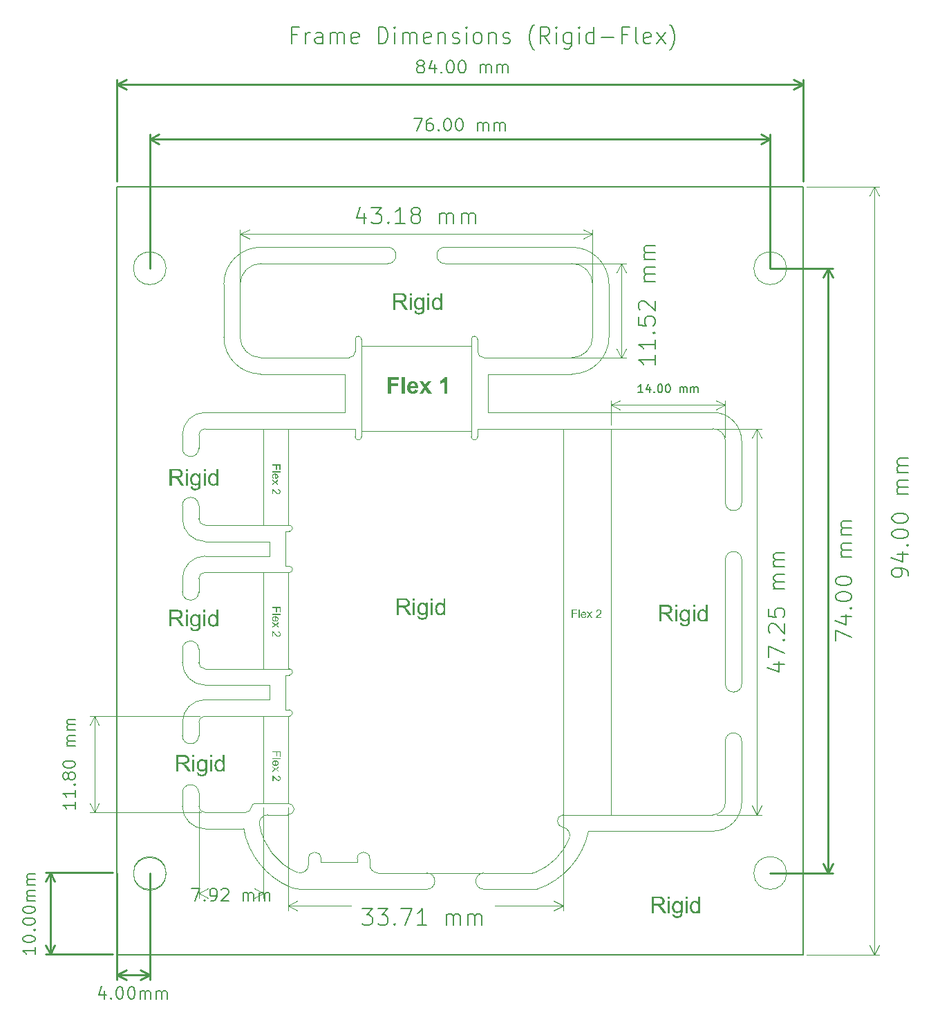
<source format=gbr>
%TF.GenerationSoftware,KiCad,Pcbnew,8.0.2*%
%TF.CreationDate,2024-10-13T20:58:59-05:00*%
%TF.ProjectId,PM1C_Rev_1_2,504d3143-5f52-4657-965f-315f322e6b69,1*%
%TF.SameCoordinates,PX297003ePY8770cd2*%
%TF.FileFunction,Other,User*%
%FSLAX46Y46*%
G04 Gerber Fmt 4.6, Leading zero omitted, Abs format (unit mm)*
G04 Created by KiCad (PCBNEW 8.0.2) date 2024-10-13 20:58:59*
%MOMM*%
%LPD*%
G01*
G04 APERTURE LIST*
%ADD10C,0.030000*%
%ADD11C,0.025000*%
%ADD12C,0.128000*%
%ADD13C,0.050800*%
%ADD14C,0.127000*%
%ADD15C,0.200000*%
%ADD16C,0.254000*%
%ADD17C,0.152400*%
%ADD18C,0.100000*%
%ADD19C,0.150000*%
G04 APERTURE END LIST*
D10*
X76512090Y18634960D02*
X76512090Y26129180D01*
X8001140Y61962610D02*
X8001140Y63593020D01*
X44925500Y10000000D02*
X50888130Y10000000D01*
X10763140Y15403060D02*
X15510410Y15403060D01*
X22358200Y8000000D02*
X37922010Y8000000D01*
X10001130Y44382400D02*
G75*
G02*
X8001130Y44382400I-1000000J0D01*
G01*
X31962600Y10000000D02*
G75*
G02*
X30946576Y11016000I-30J1015994D01*
G01*
X10001140Y26800500D02*
X10001140Y28429220D01*
X58251237Y75591093D02*
G75*
G02*
X55711230Y73051127I-2540067J101D01*
G01*
X51279289Y10078312D02*
G75*
G02*
X50888133Y9999996I-391219J937982D01*
G01*
X13077067Y75589961D02*
X13071580Y82029710D01*
X82006170Y84000040D02*
G75*
G02*
X77996170Y84000040I-2005000J0D01*
G01*
X77996170Y84000040D02*
G75*
G02*
X82006170Y84000040I2005000J0D01*
G01*
X55711633Y84569720D02*
G75*
G02*
X58251596Y82029710I-63J-2540026D01*
G01*
X10001140Y63593020D02*
G75*
G02*
X10763140Y64355024I762030J-26D01*
G01*
X18452209Y17110960D02*
X20929970Y17104794D01*
X43392620Y64055010D02*
X43392620Y64259420D01*
X21097300Y29190004D02*
X19893458Y29190917D01*
X74512090Y55334170D02*
X74512090Y62831010D01*
X10001140Y35746960D02*
X10001140Y37375680D01*
D11*
X60512080Y17110960D02*
X60512080Y64355020D01*
D10*
X44154620Y64355020D02*
X54633610Y64355020D01*
X10763140Y29191220D02*
X18450440Y29193004D01*
X54695630Y17110960D02*
X56675640Y17110960D01*
D11*
X29930600Y66763170D02*
X29930600Y67954360D01*
X56675650Y64359150D02*
X56675650Y64363170D01*
D10*
X72988090Y64355010D02*
G75*
G02*
X74512086Y62831010I-20J-1524016D01*
G01*
X29930600Y65450610D02*
X29930600Y66755020D01*
X18452730Y52566860D02*
X19866450Y52566860D01*
D11*
X17919570Y18519794D02*
X17919570Y29189794D01*
D10*
X10763140Y32984960D02*
G75*
G02*
X8001136Y35746960I-270J2761734D01*
G01*
X29168600Y75298700D02*
G75*
G02*
X29930600Y75298700I381000J0D01*
G01*
X6005000Y9991700D02*
G75*
G02*
X1995000Y9991700I-2005000J0D01*
G01*
X1995000Y9991700D02*
G75*
G02*
X6005000Y9991700I2005000J0D01*
G01*
X15069600Y75589700D02*
X15071580Y82029710D01*
D11*
X43392620Y66763170D02*
X43392620Y67954360D01*
X17920130Y52575020D02*
X17920130Y64355000D01*
D10*
X43392610Y74468700D02*
X43392610Y75298700D01*
X43392620Y65450610D02*
X43392620Y66755020D01*
X21094590Y47535110D02*
G75*
G02*
X21099591Y46770142I12880J-382416D01*
G01*
X43392620Y64259420D02*
X43392620Y65450610D01*
X44154620Y63355010D02*
X44154620Y64355020D01*
X29930600Y63355010D02*
G75*
G02*
X29168600Y63355010I-381000J0D01*
G01*
D11*
X20929570Y18514794D02*
X20929570Y29189794D01*
D10*
X8001140Y53328860D02*
X8001140Y54959280D01*
X8001140Y35746960D02*
X8001140Y37377380D01*
D11*
X20929570Y34989794D02*
X20929570Y46769794D01*
D10*
X29930600Y64055010D02*
X29930600Y64259420D01*
X45392620Y66355020D02*
X72988090Y66355020D01*
X10001130Y61964300D02*
G75*
G02*
X8001130Y61964300I-1000000J0D01*
G01*
X45392620Y66355020D02*
X45390000Y71045000D01*
X17617072Y71049951D02*
G75*
G02*
X13077027Y75589961I-2J4540043D01*
G01*
X22516997Y7999995D02*
G75*
G02*
X21277588Y8230946I-79427J3014899D01*
G01*
X44918806Y73051815D02*
G75*
G02*
X44156791Y73813818I-36J761979D01*
G01*
X10763140Y15403060D02*
G75*
G02*
X8001136Y18165060I-270J2761734D01*
G01*
X15071580Y82029710D02*
G75*
G02*
X17611590Y84569684I2540190J-216D01*
G01*
X10763140Y46773110D02*
X18001140Y46773110D01*
X21099590Y46770110D02*
X19895748Y46771023D01*
X44918806Y73051815D02*
X55711230Y73051083D01*
X21092280Y34219688D02*
X20657280Y34219688D01*
D11*
X59255000Y17110000D02*
X60512080Y17110960D01*
D10*
X18659590Y31191220D02*
X18657300Y32986754D01*
X29168600Y73829700D02*
X29168600Y75298700D01*
X54592620Y17103970D02*
X54633610Y17108430D01*
X40164970Y86569720D02*
X55711630Y86569720D01*
X24977600Y11360000D02*
X24977600Y11776950D01*
X8001130Y54957580D02*
G75*
G02*
X10001130Y54957580I1000000J0D01*
G01*
X60255000Y75590000D02*
X60251630Y82029710D01*
X16969560Y18518120D02*
X20929570Y18514794D01*
X44156806Y73813818D02*
X44154620Y75298700D01*
X19866450Y34984960D02*
X19869590Y34984960D01*
X13071580Y82029710D02*
G75*
G02*
X17611585Y86569724I4540080J-66D01*
G01*
D11*
X43392620Y67954360D02*
X43392620Y72433350D01*
D10*
X60512080Y17110960D02*
X72988090Y17110960D01*
X21688927Y17816064D02*
G75*
G02*
X20929970Y17104813I-768257J59230D01*
G01*
X21277595Y8230951D02*
G75*
G02*
X15510382Y15403056I3699875J8879943D01*
G01*
X29930600Y74468700D02*
X29930600Y75298700D01*
X10763140Y52566860D02*
X18001140Y52566860D01*
X10001140Y53328860D02*
X10001140Y54957580D01*
X29930600Y66755020D02*
X29930600Y67946200D01*
D11*
X29930600Y64065000D02*
X43392620Y64065000D01*
D10*
X43392620Y74467230D02*
X43392620Y74468700D01*
X74512090Y26129180D02*
G75*
G02*
X76512090Y26129180I1000000J0D01*
G01*
X40164970Y84569710D02*
G75*
G02*
X40164970Y86569678I0J999984D01*
G01*
X10001130Y26800500D02*
G75*
G02*
X8001130Y26800500I-1000000J0D01*
G01*
D12*
X0Y93999910D02*
X84000000Y93999910D01*
D11*
X43392620Y72433350D02*
X43392620Y74475390D01*
D10*
X74512090Y48330080D02*
G75*
G02*
X76512090Y48330080I1000000J0D01*
G01*
X55387722Y14200059D02*
G75*
G02*
X51279290Y10078304I-7042052J2910835D01*
G01*
X54589830Y15594340D02*
G75*
G02*
X55387697Y14200066I-141060J-1006146D01*
G01*
X16472957Y18076337D02*
G75*
G02*
X15716140Y17403043I-756687J88557D01*
G01*
X60255000Y75590000D02*
G75*
G02*
X55714995Y71049964I-4539930J-106D01*
G01*
X21094570Y51799794D02*
X20659570Y51799794D01*
X10763140Y52566860D02*
G75*
G02*
X10001136Y53328860I-270J761734D01*
G01*
X74512090Y33133270D02*
X74512090Y48332710D01*
X18452730Y64355020D02*
X19866450Y64355020D01*
X29168600Y73829700D02*
G75*
G02*
X28412087Y73049917I-756530J-22906D01*
G01*
X20657300Y29955004D02*
X20657280Y34219688D01*
X10763140Y17403060D02*
G75*
G02*
X10001136Y18165060I-270J761734D01*
G01*
D11*
X29930600Y74480960D02*
X43392620Y74480960D01*
D10*
X8001130Y37375680D02*
G75*
G02*
X10001130Y37375680I1000000J0D01*
G01*
X8001140Y46011110D02*
G75*
G02*
X10763140Y48773114I2761950J54D01*
G01*
X44928720Y8000000D02*
G75*
G02*
X44928720Y9999988I-50J999994D01*
G01*
X33158250Y86569710D02*
G75*
G02*
X33158250Y84569678I-80J-1000016D01*
G01*
X72988090Y66355010D02*
G75*
G02*
X76512086Y62831010I-20J-3524016D01*
G01*
X10763140Y48773120D02*
X18659590Y48773120D01*
D11*
X17920130Y52575020D02*
X17921140Y52575020D01*
D10*
X18001140Y46773110D02*
X18452730Y46773110D01*
X20659590Y47535110D02*
X20659570Y51799794D01*
X57755434Y15110963D02*
G75*
G02*
X51433486Y8000031I-9409464J1999731D01*
G01*
D12*
X84000000Y-90D02*
X84000000Y93999910D01*
D11*
X43392620Y64267580D02*
X43392620Y65458770D01*
D10*
X21099570Y52564794D02*
X19869590Y52566860D01*
D11*
X54633610Y64363170D02*
X56675650Y64363170D01*
D10*
X8001140Y28429220D02*
G75*
G02*
X10763140Y31191214I2762060J-66D01*
G01*
X15071580Y82029710D02*
X15071590Y82029710D01*
X8001140Y18165060D02*
X8001140Y19795480D01*
X74512090Y18634960D02*
G75*
G02*
X72988090Y17110974I-1524220J234D01*
G01*
X16472961Y18076347D02*
G75*
G02*
X16969560Y18518141I496909J-58553D01*
G01*
X23453600Y11014950D02*
X23453600Y11776950D01*
D11*
X54695630Y17110960D02*
X56675640Y17110960D01*
D10*
X29930600Y63355010D02*
X29930600Y64055010D01*
X18450440Y29193004D02*
X19893458Y29190917D01*
D11*
X43392620Y65458770D02*
X43392620Y66763170D01*
D10*
X43392620Y66755020D02*
X43392620Y67946200D01*
D11*
X29930600Y64267580D02*
X29930600Y65458770D01*
D10*
X19866450Y52566860D02*
X19869590Y52566860D01*
X6005000Y9879350D02*
G75*
G02*
X1995000Y9879350I-2005000J0D01*
G01*
X1995000Y9879350D02*
G75*
G02*
X6005000Y9879350I2005000J0D01*
G01*
X55711635Y86569720D02*
G75*
G02*
X60251596Y82029710I-65J-4540026D01*
G01*
X8001140Y44380710D02*
X8001140Y46011110D01*
X29422600Y11360000D02*
X29422600Y11776950D01*
X21092300Y29955004D02*
X20657300Y29955004D01*
X10763140Y66355020D02*
X27930600Y66355020D01*
X44928720Y8000000D02*
X51433490Y8000000D01*
D11*
X43392620Y74475390D02*
X43392620Y74476860D01*
D10*
X29930600Y72425190D02*
X29930600Y74467230D01*
X24977600Y11360000D02*
X29422600Y11360000D01*
X30946600Y11016000D02*
X30946600Y11776950D01*
X10763140Y50566860D02*
X18659590Y50566860D01*
X10001140Y44382400D02*
X10001140Y46011110D01*
X27930600Y66355020D02*
X27936087Y71049961D01*
X23453600Y11014950D02*
G75*
G02*
X22046810Y10077062I-1016130J144D01*
G01*
X10001140Y46011110D02*
G75*
G02*
X10763140Y46773124I761930J84D01*
G01*
X82006170Y84000040D02*
G75*
G02*
X77996170Y84000040I-2005000J0D01*
G01*
X77996170Y84000040D02*
G75*
G02*
X82006170Y84000040I2005000J0D01*
G01*
X43392620Y67946200D02*
X43392620Y72425190D01*
X19869590Y29191210D02*
X19897590Y29191210D01*
X10763140Y17403060D02*
X15716140Y17403060D01*
X10001140Y18165060D02*
X10001140Y19793780D01*
X56675640Y64355020D02*
X60512080Y64355020D01*
X31962600Y10000000D02*
X37925240Y10000000D01*
X10763140Y31191220D02*
X18659590Y31191220D01*
X19864160Y34986754D02*
X19867300Y34986754D01*
X17611590Y84569710D02*
X33160600Y84569710D01*
X20929570Y18514794D02*
G75*
G02*
X21689269Y17816210I5400J-756500D01*
G01*
D11*
X29930600Y67954360D02*
X29930600Y72433350D01*
X29930600Y65458770D02*
X29930600Y66763170D01*
D10*
X29930600Y66755020D02*
X29930600Y67946200D01*
X43392610Y75298700D02*
G75*
G02*
X44154610Y75298700I381000J0D01*
G01*
X10763140Y32984960D02*
X18659590Y32984960D01*
X10001140Y61964300D02*
X10001140Y63593020D01*
X6005000Y83991700D02*
G75*
G02*
X1995000Y83991700I-2005000J0D01*
G01*
X1995000Y83991700D02*
G75*
G02*
X6005000Y83991700I2005000J0D01*
G01*
X59215650Y17110960D02*
X60512080Y17110960D01*
X18450440Y34986754D02*
X19864160Y34986754D01*
X76512090Y55336800D02*
X76512090Y62831010D01*
X21092300Y29955004D02*
G75*
G02*
X21097301Y29190048I12870J-382410D01*
G01*
X8001140Y63593020D02*
G75*
G02*
X10763140Y66355014I2762060J-66D01*
G01*
X60512080Y64355020D02*
X72988090Y64355020D01*
X10763140Y34984960D02*
X18450440Y34986754D01*
X23453600Y11776950D02*
G75*
G02*
X24977600Y11776950I762000J0D01*
G01*
X19866450Y64355020D02*
X29168600Y64355020D01*
X43392620Y72425190D02*
X43392620Y74467230D01*
X18001140Y52566860D02*
X18452730Y52566860D01*
X22046826Y10077105D02*
G75*
G02*
X17448281Y15938645I2930644J7033789D01*
G01*
X21094590Y47535110D02*
X20659590Y47535110D01*
X17609607Y73049690D02*
X28412087Y73049961D01*
X10763140Y64355020D02*
X18001140Y64355020D01*
X17609607Y73049690D02*
G75*
G02*
X15069566Y75589700I-37J2540004D01*
G01*
X18659590Y48773120D02*
X18659590Y50566860D01*
X54589836Y15594340D02*
G75*
G02*
X54592616Y17104032I105634J754654D01*
G01*
X8001130Y19793780D02*
G75*
G02*
X10001130Y19793780I1000000J0D01*
G01*
X17611590Y86569720D02*
X33158250Y86569720D01*
X21097280Y34984688D02*
X19867300Y34986754D01*
X21097280Y34984688D02*
G75*
G02*
X21092278Y34219636I7890J-382594D01*
G01*
X58251237Y75591093D02*
X58251630Y82029710D01*
X10763140Y34984960D02*
G75*
G02*
X10001136Y35746960I-270J761734D01*
G01*
D11*
X29930600Y74475390D02*
X29930600Y74476860D01*
D10*
X19869590Y64355010D02*
X29168600Y64355020D01*
X29930600Y64259420D02*
X29930600Y65450610D01*
X45390000Y71045000D02*
X55714995Y71049990D01*
X82005000Y9991700D02*
G75*
G02*
X77995000Y9991700I-2005000J0D01*
G01*
X77995000Y9991700D02*
G75*
G02*
X82005000Y9991700I2005000J0D01*
G01*
X43392620Y63355010D02*
X43392620Y64055010D01*
X74512090Y18634960D02*
X74512090Y26131810D01*
D11*
X54635000Y17110000D02*
X54633610Y64363170D01*
D10*
X6005000Y83991700D02*
G75*
G02*
X1995000Y83991700I-2005000J0D01*
G01*
X1995000Y83991700D02*
G75*
G02*
X6005000Y83991700I2005000J0D01*
G01*
X8001140Y26798810D02*
X8001140Y28429220D01*
D12*
X0Y0D02*
X0Y94000050D01*
D10*
X17448306Y15938652D02*
G75*
G02*
X18452209Y17110943I1003964J156242D01*
G01*
X18452730Y46773110D02*
X19895748Y46771023D01*
X29168600Y63355010D02*
X29168600Y64355020D01*
X44154620Y63355010D02*
G75*
G02*
X43392620Y63355010I-381000J0D01*
G01*
X54633610Y64355020D02*
X56675640Y64355020D01*
X29422600Y11776950D02*
G75*
G02*
X30946600Y11776950I762000J0D01*
G01*
X17617077Y71049961D02*
X27936087Y71049961D01*
X54633607Y17108432D02*
G75*
G02*
X54695630Y17110960I61863J-755738D01*
G01*
X10763140Y46773110D02*
X18001140Y46773110D01*
D11*
X37999530Y10008160D02*
X44755930Y10008160D01*
D10*
X18001140Y64355020D02*
X18452730Y64355020D01*
X19869590Y34984960D02*
X19897590Y34984960D01*
X15071580Y82029710D02*
G75*
G02*
X17611587Y84569684I2540190J-216D01*
G01*
X37922010Y10000000D02*
G75*
G02*
X37922010Y7999988I-40J-1000006D01*
G01*
X76512090Y33135900D02*
X76512090Y48330080D01*
D11*
X17921990Y34989870D02*
X17920000Y46769860D01*
D10*
X76512090Y18634960D02*
G75*
G02*
X72988090Y15110974I-3524220J234D01*
G01*
X10763140Y50566860D02*
G75*
G02*
X8001136Y53328860I-270J2761734D01*
G01*
D11*
X56675650Y64363170D02*
X60512080Y64363170D01*
D10*
X76512090Y55336800D02*
G75*
G02*
X74512090Y55336800I-1000000J0D01*
G01*
D11*
X20929570Y52564794D02*
X20929570Y64354794D01*
D10*
X56675640Y17110960D02*
X59215650Y17110960D01*
X29930600Y74467230D02*
X29930600Y74468700D01*
D12*
X0Y-140D02*
X84000000Y-140D01*
D11*
X44154620Y64363170D02*
X54633610Y64363170D01*
D10*
X76512090Y33135900D02*
G75*
G02*
X74512090Y33135900I-1000000J0D01*
G01*
X40162620Y84569710D02*
X55711630Y84569710D01*
X29930600Y67946200D02*
X29930600Y72425190D01*
X10001140Y28429220D02*
G75*
G02*
X10763140Y29191224I762030J-26D01*
G01*
X21099570Y52564794D02*
G75*
G02*
X21094568Y51799730I7900J-382600D01*
G01*
X57755430Y15110960D02*
X72988090Y15110960D01*
X6006130Y84000040D02*
G75*
G02*
X1996130Y84000040I-2005000J0D01*
G01*
X1996130Y84000040D02*
G75*
G02*
X6006130Y84000040I2005000J0D01*
G01*
D11*
X29930600Y72433350D02*
X29930600Y74475390D01*
D13*
G36*
X67390390Y42809254D02*
G01*
X67489633Y42801330D01*
X67587940Y42785805D01*
X67688156Y42756696D01*
X67777845Y42709097D01*
X67854142Y42641526D01*
X67911883Y42562767D01*
X67956190Y42472941D01*
X67984087Y42377486D01*
X67995574Y42276402D01*
X67995902Y42255510D01*
X67987232Y42151096D01*
X67961220Y42055231D01*
X67911228Y41957600D01*
X67857172Y41889146D01*
X67778374Y41821643D01*
X67680707Y41767635D01*
X67579771Y41731447D01*
X67481757Y41708652D01*
X67428770Y41700102D01*
X67516634Y41652446D01*
X67589482Y41599473D01*
X67661210Y41526802D01*
X67730456Y41443731D01*
X67790657Y41360075D01*
X67810278Y41330318D01*
X68161011Y40779794D01*
X67825421Y40779794D01*
X67559196Y41200869D01*
X67503387Y41286629D01*
X67446732Y41370336D01*
X67386303Y41454279D01*
X67366733Y41479794D01*
X67299292Y41557697D01*
X67231422Y41615105D01*
X67140656Y41659801D01*
X67109789Y41668838D01*
X67009222Y41677998D01*
X66961290Y41678608D01*
X66652078Y41678608D01*
X66652078Y40779794D01*
X66385854Y40779794D01*
X66385854Y41905266D01*
X66652078Y41905266D01*
X67225072Y41905266D01*
X67331480Y41909034D01*
X67430567Y41921885D01*
X67510836Y41943856D01*
X67601572Y41993926D01*
X67667640Y42066954D01*
X67709567Y42161399D01*
X67721373Y42251602D01*
X67706742Y42353497D01*
X67662847Y42440829D01*
X67617326Y42490960D01*
X67531872Y42544636D01*
X67429443Y42574097D01*
X67330532Y42584409D01*
X67289552Y42585238D01*
X66652078Y42585238D01*
X66652078Y41905266D01*
X66385854Y41905266D01*
X66385854Y42811895D01*
X67278805Y42811895D01*
X67390390Y42809254D01*
G37*
G36*
X68372036Y42530527D02*
G01*
X68372036Y42811895D01*
X68619210Y42811895D01*
X68619210Y42530527D01*
X68372036Y42530527D01*
G37*
G36*
X68372036Y40779794D02*
G01*
X68372036Y42249159D01*
X68619210Y42249159D01*
X68619210Y40779794D01*
X68372036Y40779794D01*
G37*
G36*
X69637477Y42270512D02*
G01*
X69737487Y42240779D01*
X69828803Y42191224D01*
X69911423Y42121848D01*
X69954730Y42073305D01*
X69954730Y42249159D01*
X70182853Y42249159D01*
X70182853Y40980562D01*
X70181159Y40878290D01*
X70174656Y40768473D01*
X70160905Y40658150D01*
X70137061Y40555538D01*
X70113488Y40495007D01*
X70062216Y40411421D01*
X69995106Y40339570D01*
X69912159Y40279453D01*
X69893669Y40268838D01*
X69803552Y40228696D01*
X69702461Y40201691D01*
X69603390Y40188715D01*
X69523397Y40185796D01*
X69414066Y40191406D01*
X69314320Y40208236D01*
X69212058Y40241208D01*
X69122314Y40288836D01*
X69101834Y40303032D01*
X69024571Y40378054D01*
X68973584Y40471778D01*
X68950319Y40570787D01*
X68946496Y40654742D01*
X69186830Y40619083D01*
X69215407Y40523217D01*
X69270850Y40457394D01*
X69364109Y40410644D01*
X69464584Y40391410D01*
X69521932Y40389006D01*
X69621718Y40395732D01*
X69721186Y40421561D01*
X69787179Y40457882D01*
X69857317Y40528715D01*
X69904454Y40620678D01*
X69913697Y40650834D01*
X69926440Y40749062D01*
X69930733Y40858380D01*
X69931283Y40969327D01*
X69856710Y40895476D01*
X69774471Y40839764D01*
X69671095Y40798304D01*
X69572427Y40781460D01*
X69527794Y40779794D01*
X69419727Y40787471D01*
X69321210Y40810500D01*
X69218341Y40856772D01*
X69128468Y40923942D01*
X69061778Y40998148D01*
X69005833Y41083087D01*
X68961463Y41174140D01*
X68928668Y41271307D01*
X68907447Y41374587D01*
X68897802Y41483981D01*
X68897158Y41521804D01*
X68897983Y41539878D01*
X69151171Y41539878D01*
X69155172Y41436581D01*
X69169955Y41330002D01*
X69200188Y41226572D01*
X69251206Y41133643D01*
X69264988Y41116361D01*
X69342011Y41046036D01*
X69430196Y41001758D01*
X69529543Y40983525D01*
X69550752Y40983005D01*
X69651913Y40995932D01*
X69742292Y41034715D01*
X69821891Y41099354D01*
X69836516Y41115384D01*
X69892480Y41202024D01*
X69926850Y41299019D01*
X69945052Y41399316D01*
X69952175Y41514013D01*
X69952288Y41531574D01*
X69946584Y41643589D01*
X69929474Y41742842D01*
X69895951Y41840646D01*
X69840430Y41930750D01*
X69833097Y41939460D01*
X69754138Y42012103D01*
X69665638Y42057841D01*
X69567597Y42076674D01*
X69546844Y42077213D01*
X69448518Y42063999D01*
X69351598Y42018939D01*
X69273707Y41950227D01*
X69266454Y41941902D01*
X69210726Y41855396D01*
X69176502Y41761049D01*
X69158376Y41665022D01*
X69151284Y41556419D01*
X69151171Y41539878D01*
X68897983Y41539878D01*
X68901860Y41624783D01*
X68915965Y41723671D01*
X68943073Y41830030D01*
X68972385Y41909173D01*
X69020346Y42002777D01*
X69079049Y42083551D01*
X69156873Y42158255D01*
X69191715Y42183702D01*
X69286340Y42234707D01*
X69379823Y42264460D01*
X69481189Y42278911D01*
X69528770Y42280423D01*
X69637477Y42270512D01*
G37*
G36*
X70550683Y42530527D02*
G01*
X70550683Y42811895D01*
X70797856Y42811895D01*
X70797856Y42530527D01*
X70550683Y42530527D01*
G37*
G36*
X70550683Y40779794D02*
G01*
X70550683Y42249159D01*
X70797856Y42249159D01*
X70797856Y40779794D01*
X70550683Y40779794D01*
G37*
G36*
X72346356Y40779794D02*
G01*
X72117256Y40779794D01*
X72117256Y40963954D01*
X72050130Y40880015D01*
X71970569Y40816692D01*
X71878573Y40773987D01*
X71774141Y40751897D01*
X71708882Y40748531D01*
X71602608Y40757977D01*
X71501772Y40786313D01*
X71406374Y40833539D01*
X71387947Y40845252D01*
X71310968Y40905685D01*
X71244344Y40978173D01*
X71188075Y41062717D01*
X71161290Y41114896D01*
X71122564Y41216497D01*
X71098781Y41313622D01*
X71085011Y41417158D01*
X71081178Y41513012D01*
X71081219Y41513988D01*
X71335191Y41513988D01*
X71339347Y41412958D01*
X71354700Y41307808D01*
X71386101Y41204409D01*
X71439089Y41109471D01*
X71453404Y41091448D01*
X71531438Y41017775D01*
X71617772Y40971388D01*
X71722326Y40951878D01*
X71732329Y40951741D01*
X71838054Y40967499D01*
X71932235Y41014773D01*
X72007835Y41085098D01*
X72062618Y41171476D01*
X72096263Y41266875D01*
X72114081Y41364726D01*
X72121053Y41475993D01*
X72121164Y41492984D01*
X72117094Y41600540D01*
X72102057Y41711741D01*
X72075941Y41807561D01*
X72032527Y41898236D01*
X72005393Y41936040D01*
X71928142Y42010487D01*
X71840491Y42057360D01*
X71742441Y42076661D01*
X71721583Y42077213D01*
X71623685Y42063951D01*
X71528230Y42018729D01*
X71452572Y41949768D01*
X71445588Y41941413D01*
X71392222Y41852898D01*
X71359448Y41753392D01*
X71342090Y41650245D01*
X71335622Y41549890D01*
X71335191Y41513988D01*
X71081219Y41513988D01*
X71085727Y41620143D01*
X71099374Y41722206D01*
X71122119Y41819200D01*
X71153962Y41911127D01*
X71200661Y42005087D01*
X71258874Y42085832D01*
X71337061Y42160049D01*
X71372315Y42185168D01*
X71466683Y42235400D01*
X71567824Y42267027D01*
X71675740Y42280050D01*
X71698135Y42280423D01*
X71800540Y42270829D01*
X71900184Y42239039D01*
X71933097Y42222293D01*
X72015897Y42165031D01*
X72083925Y42094119D01*
X72100648Y42071351D01*
X72100648Y42811895D01*
X72346356Y42811895D01*
X72346356Y40779794D01*
G37*
G36*
X8245390Y24454254D02*
G01*
X8344633Y24446330D01*
X8442940Y24430805D01*
X8543156Y24401696D01*
X8632845Y24354097D01*
X8709142Y24286526D01*
X8766883Y24207767D01*
X8811190Y24117941D01*
X8839087Y24022486D01*
X8850574Y23921402D01*
X8850902Y23900510D01*
X8842232Y23796096D01*
X8816220Y23700231D01*
X8766228Y23602600D01*
X8712172Y23534146D01*
X8633374Y23466643D01*
X8535707Y23412635D01*
X8434771Y23376447D01*
X8336757Y23353652D01*
X8283770Y23345102D01*
X8371634Y23297446D01*
X8444482Y23244473D01*
X8516210Y23171802D01*
X8585456Y23088731D01*
X8645657Y23005075D01*
X8665278Y22975318D01*
X9016011Y22424794D01*
X8680421Y22424794D01*
X8414196Y22845869D01*
X8358387Y22931629D01*
X8301732Y23015336D01*
X8241303Y23099279D01*
X8221733Y23124794D01*
X8154292Y23202697D01*
X8086422Y23260105D01*
X7995656Y23304801D01*
X7964789Y23313838D01*
X7864222Y23322998D01*
X7816290Y23323608D01*
X7507078Y23323608D01*
X7507078Y22424794D01*
X7240854Y22424794D01*
X7240854Y23550266D01*
X7507078Y23550266D01*
X8080072Y23550266D01*
X8186480Y23554034D01*
X8285567Y23566885D01*
X8365836Y23588856D01*
X8456572Y23638926D01*
X8522640Y23711954D01*
X8564567Y23806399D01*
X8576373Y23896602D01*
X8561742Y23998497D01*
X8517847Y24085829D01*
X8472326Y24135960D01*
X8386872Y24189636D01*
X8284443Y24219097D01*
X8185532Y24229409D01*
X8144552Y24230238D01*
X7507078Y24230238D01*
X7507078Y23550266D01*
X7240854Y23550266D01*
X7240854Y24456895D01*
X8133805Y24456895D01*
X8245390Y24454254D01*
G37*
G36*
X9227036Y24175527D02*
G01*
X9227036Y24456895D01*
X9474210Y24456895D01*
X9474210Y24175527D01*
X9227036Y24175527D01*
G37*
G36*
X9227036Y22424794D02*
G01*
X9227036Y23894159D01*
X9474210Y23894159D01*
X9474210Y22424794D01*
X9227036Y22424794D01*
G37*
G36*
X10492477Y23915512D02*
G01*
X10592487Y23885779D01*
X10683803Y23836224D01*
X10766423Y23766848D01*
X10809730Y23718305D01*
X10809730Y23894159D01*
X11037853Y23894159D01*
X11037853Y22625562D01*
X11036159Y22523290D01*
X11029656Y22413473D01*
X11015905Y22303150D01*
X10992061Y22200538D01*
X10968488Y22140007D01*
X10917216Y22056421D01*
X10850106Y21984570D01*
X10767159Y21924453D01*
X10748669Y21913838D01*
X10658552Y21873696D01*
X10557461Y21846691D01*
X10458390Y21833715D01*
X10378397Y21830796D01*
X10269066Y21836406D01*
X10169320Y21853236D01*
X10067058Y21886208D01*
X9977314Y21933836D01*
X9956834Y21948032D01*
X9879571Y22023054D01*
X9828584Y22116778D01*
X9805319Y22215787D01*
X9801496Y22299742D01*
X10041830Y22264083D01*
X10070407Y22168217D01*
X10125850Y22102394D01*
X10219109Y22055644D01*
X10319584Y22036410D01*
X10376932Y22034006D01*
X10476718Y22040732D01*
X10576186Y22066561D01*
X10642179Y22102882D01*
X10712317Y22173715D01*
X10759454Y22265678D01*
X10768697Y22295834D01*
X10781440Y22394062D01*
X10785733Y22503380D01*
X10786283Y22614327D01*
X10711710Y22540476D01*
X10629471Y22484764D01*
X10526095Y22443304D01*
X10427427Y22426460D01*
X10382794Y22424794D01*
X10274727Y22432471D01*
X10176210Y22455500D01*
X10073341Y22501772D01*
X9983468Y22568942D01*
X9916778Y22643148D01*
X9860833Y22728087D01*
X9816463Y22819140D01*
X9783668Y22916307D01*
X9762447Y23019587D01*
X9752802Y23128981D01*
X9752158Y23166804D01*
X9752983Y23184878D01*
X10006171Y23184878D01*
X10010172Y23081581D01*
X10024955Y22975002D01*
X10055188Y22871572D01*
X10106206Y22778643D01*
X10119988Y22761361D01*
X10197011Y22691036D01*
X10285196Y22646758D01*
X10384543Y22628525D01*
X10405752Y22628005D01*
X10506913Y22640932D01*
X10597292Y22679715D01*
X10676891Y22744354D01*
X10691516Y22760384D01*
X10747480Y22847024D01*
X10781850Y22944019D01*
X10800052Y23044316D01*
X10807175Y23159013D01*
X10807288Y23176574D01*
X10801584Y23288589D01*
X10784474Y23387842D01*
X10750951Y23485646D01*
X10695430Y23575750D01*
X10688097Y23584460D01*
X10609138Y23657103D01*
X10520638Y23702841D01*
X10422597Y23721674D01*
X10401844Y23722213D01*
X10303518Y23708999D01*
X10206598Y23663939D01*
X10128707Y23595227D01*
X10121454Y23586902D01*
X10065726Y23500396D01*
X10031502Y23406049D01*
X10013376Y23310022D01*
X10006284Y23201419D01*
X10006171Y23184878D01*
X9752983Y23184878D01*
X9756860Y23269783D01*
X9770965Y23368671D01*
X9798073Y23475030D01*
X9827385Y23554173D01*
X9875346Y23647777D01*
X9934049Y23728551D01*
X10011873Y23803255D01*
X10046715Y23828702D01*
X10141340Y23879707D01*
X10234823Y23909460D01*
X10336189Y23923911D01*
X10383770Y23925423D01*
X10492477Y23915512D01*
G37*
G36*
X11405683Y24175527D02*
G01*
X11405683Y24456895D01*
X11652856Y24456895D01*
X11652856Y24175527D01*
X11405683Y24175527D01*
G37*
G36*
X11405683Y22424794D02*
G01*
X11405683Y23894159D01*
X11652856Y23894159D01*
X11652856Y22424794D01*
X11405683Y22424794D01*
G37*
G36*
X13201356Y22424794D02*
G01*
X12972256Y22424794D01*
X12972256Y22608954D01*
X12905130Y22525015D01*
X12825569Y22461692D01*
X12733573Y22418987D01*
X12629141Y22396897D01*
X12563882Y22393531D01*
X12457608Y22402977D01*
X12356772Y22431313D01*
X12261374Y22478539D01*
X12242947Y22490252D01*
X12165968Y22550685D01*
X12099344Y22623173D01*
X12043075Y22707717D01*
X12016290Y22759896D01*
X11977564Y22861497D01*
X11953781Y22958622D01*
X11940011Y23062158D01*
X11936178Y23158012D01*
X11936219Y23158988D01*
X12190191Y23158988D01*
X12194347Y23057958D01*
X12209700Y22952808D01*
X12241101Y22849409D01*
X12294089Y22754471D01*
X12308404Y22736448D01*
X12386438Y22662775D01*
X12472772Y22616388D01*
X12577326Y22596878D01*
X12587329Y22596741D01*
X12693054Y22612499D01*
X12787235Y22659773D01*
X12862835Y22730098D01*
X12917618Y22816476D01*
X12951263Y22911875D01*
X12969081Y23009726D01*
X12976053Y23120993D01*
X12976164Y23137984D01*
X12972094Y23245540D01*
X12957057Y23356741D01*
X12930941Y23452561D01*
X12887527Y23543236D01*
X12860393Y23581040D01*
X12783142Y23655487D01*
X12695491Y23702360D01*
X12597441Y23721661D01*
X12576583Y23722213D01*
X12478685Y23708951D01*
X12383230Y23663729D01*
X12307572Y23594768D01*
X12300588Y23586413D01*
X12247222Y23497898D01*
X12214448Y23398392D01*
X12197090Y23295245D01*
X12190622Y23194890D01*
X12190191Y23158988D01*
X11936219Y23158988D01*
X11940727Y23265143D01*
X11954374Y23367206D01*
X11977119Y23464200D01*
X12008962Y23556127D01*
X12055661Y23650087D01*
X12113874Y23730832D01*
X12192061Y23805049D01*
X12227315Y23830168D01*
X12321683Y23880400D01*
X12422824Y23912027D01*
X12530740Y23925050D01*
X12553135Y23925423D01*
X12655540Y23915829D01*
X12755184Y23884039D01*
X12788097Y23867293D01*
X12870897Y23810031D01*
X12938925Y23739119D01*
X12955648Y23716351D01*
X12955648Y24456895D01*
X13201356Y24456895D01*
X13201356Y22424794D01*
G37*
G36*
X34860347Y80960704D02*
G01*
X34959590Y80952780D01*
X35057897Y80937255D01*
X35158113Y80908146D01*
X35247802Y80860547D01*
X35324099Y80792976D01*
X35381840Y80714217D01*
X35426147Y80624391D01*
X35454044Y80528936D01*
X35465531Y80427852D01*
X35465859Y80406960D01*
X35457189Y80302546D01*
X35431177Y80206681D01*
X35381185Y80109050D01*
X35327129Y80040596D01*
X35248331Y79973093D01*
X35150664Y79919085D01*
X35049728Y79882897D01*
X34951714Y79860102D01*
X34898727Y79851552D01*
X34986591Y79803896D01*
X35059439Y79750923D01*
X35131167Y79678252D01*
X35200413Y79595181D01*
X35260614Y79511525D01*
X35280235Y79481768D01*
X35630968Y78931244D01*
X35295378Y78931244D01*
X35029153Y79352319D01*
X34973344Y79438079D01*
X34916689Y79521786D01*
X34856260Y79605729D01*
X34836690Y79631244D01*
X34769249Y79709147D01*
X34701379Y79766555D01*
X34610613Y79811251D01*
X34579746Y79820288D01*
X34479179Y79829448D01*
X34431247Y79830058D01*
X34122035Y79830058D01*
X34122035Y78931244D01*
X33855811Y78931244D01*
X33855811Y80056716D01*
X34122035Y80056716D01*
X34695029Y80056716D01*
X34801437Y80060484D01*
X34900524Y80073335D01*
X34980793Y80095306D01*
X35071529Y80145376D01*
X35137597Y80218404D01*
X35179524Y80312849D01*
X35191330Y80403052D01*
X35176699Y80504947D01*
X35132804Y80592279D01*
X35087283Y80642410D01*
X35001829Y80696086D01*
X34899400Y80725547D01*
X34800489Y80735859D01*
X34759509Y80736688D01*
X34122035Y80736688D01*
X34122035Y80056716D01*
X33855811Y80056716D01*
X33855811Y80963345D01*
X34748762Y80963345D01*
X34860347Y80960704D01*
G37*
G36*
X35841993Y80681977D02*
G01*
X35841993Y80963345D01*
X36089167Y80963345D01*
X36089167Y80681977D01*
X35841993Y80681977D01*
G37*
G36*
X35841993Y78931244D02*
G01*
X35841993Y80400609D01*
X36089167Y80400609D01*
X36089167Y78931244D01*
X35841993Y78931244D01*
G37*
G36*
X37107434Y80421962D02*
G01*
X37207444Y80392229D01*
X37298760Y80342674D01*
X37381380Y80273298D01*
X37424687Y80224755D01*
X37424687Y80400609D01*
X37652810Y80400609D01*
X37652810Y79132012D01*
X37651116Y79029740D01*
X37644613Y78919923D01*
X37630862Y78809600D01*
X37607018Y78706988D01*
X37583445Y78646457D01*
X37532173Y78562871D01*
X37465063Y78491020D01*
X37382116Y78430903D01*
X37363626Y78420288D01*
X37273509Y78380146D01*
X37172418Y78353141D01*
X37073347Y78340165D01*
X36993354Y78337246D01*
X36884023Y78342856D01*
X36784277Y78359686D01*
X36682015Y78392658D01*
X36592271Y78440286D01*
X36571791Y78454482D01*
X36494528Y78529504D01*
X36443541Y78623228D01*
X36420276Y78722237D01*
X36416453Y78806192D01*
X36656787Y78770533D01*
X36685364Y78674667D01*
X36740807Y78608844D01*
X36834066Y78562094D01*
X36934541Y78542860D01*
X36991889Y78540456D01*
X37091675Y78547182D01*
X37191143Y78573011D01*
X37257136Y78609332D01*
X37327274Y78680165D01*
X37374411Y78772128D01*
X37383654Y78802284D01*
X37396397Y78900512D01*
X37400690Y79009830D01*
X37401240Y79120777D01*
X37326667Y79046926D01*
X37244428Y78991214D01*
X37141052Y78949754D01*
X37042384Y78932910D01*
X36997751Y78931244D01*
X36889684Y78938921D01*
X36791167Y78961950D01*
X36688298Y79008222D01*
X36598425Y79075392D01*
X36531735Y79149598D01*
X36475790Y79234537D01*
X36431420Y79325590D01*
X36398625Y79422757D01*
X36377404Y79526037D01*
X36367759Y79635431D01*
X36367115Y79673254D01*
X36367940Y79691328D01*
X36621128Y79691328D01*
X36625129Y79588031D01*
X36639912Y79481452D01*
X36670145Y79378022D01*
X36721163Y79285093D01*
X36734945Y79267811D01*
X36811968Y79197486D01*
X36900153Y79153208D01*
X36999500Y79134975D01*
X37020709Y79134455D01*
X37121870Y79147382D01*
X37212249Y79186165D01*
X37291848Y79250804D01*
X37306473Y79266834D01*
X37362437Y79353474D01*
X37396807Y79450469D01*
X37415009Y79550766D01*
X37422132Y79665463D01*
X37422245Y79683024D01*
X37416541Y79795039D01*
X37399431Y79894292D01*
X37365908Y79992096D01*
X37310387Y80082200D01*
X37303054Y80090910D01*
X37224095Y80163553D01*
X37135595Y80209291D01*
X37037554Y80228124D01*
X37016801Y80228663D01*
X36918475Y80215449D01*
X36821555Y80170389D01*
X36743664Y80101677D01*
X36736411Y80093352D01*
X36680683Y80006846D01*
X36646459Y79912499D01*
X36628333Y79816472D01*
X36621241Y79707869D01*
X36621128Y79691328D01*
X36367940Y79691328D01*
X36371817Y79776233D01*
X36385922Y79875121D01*
X36413030Y79981480D01*
X36442342Y80060623D01*
X36490303Y80154227D01*
X36549006Y80235001D01*
X36626830Y80309705D01*
X36661672Y80335152D01*
X36756297Y80386157D01*
X36849780Y80415910D01*
X36951146Y80430361D01*
X36998727Y80431873D01*
X37107434Y80421962D01*
G37*
G36*
X38020640Y80681977D02*
G01*
X38020640Y80963345D01*
X38267813Y80963345D01*
X38267813Y80681977D01*
X38020640Y80681977D01*
G37*
G36*
X38020640Y78931244D02*
G01*
X38020640Y80400609D01*
X38267813Y80400609D01*
X38267813Y78931244D01*
X38020640Y78931244D01*
G37*
G36*
X39816313Y78931244D02*
G01*
X39587213Y78931244D01*
X39587213Y79115404D01*
X39520087Y79031465D01*
X39440526Y78968142D01*
X39348530Y78925437D01*
X39244098Y78903347D01*
X39178839Y78899981D01*
X39072565Y78909427D01*
X38971729Y78937763D01*
X38876331Y78984989D01*
X38857904Y78996702D01*
X38780925Y79057135D01*
X38714301Y79129623D01*
X38658032Y79214167D01*
X38631247Y79266346D01*
X38592521Y79367947D01*
X38568738Y79465072D01*
X38554968Y79568608D01*
X38551135Y79664462D01*
X38551176Y79665438D01*
X38805148Y79665438D01*
X38809304Y79564408D01*
X38824657Y79459258D01*
X38856058Y79355859D01*
X38909046Y79260921D01*
X38923361Y79242898D01*
X39001395Y79169225D01*
X39087729Y79122838D01*
X39192283Y79103328D01*
X39202286Y79103191D01*
X39308011Y79118949D01*
X39402192Y79166223D01*
X39477792Y79236548D01*
X39532575Y79322926D01*
X39566220Y79418325D01*
X39584038Y79516176D01*
X39591010Y79627443D01*
X39591121Y79644434D01*
X39587051Y79751990D01*
X39572014Y79863191D01*
X39545898Y79959011D01*
X39502484Y80049686D01*
X39475350Y80087490D01*
X39398099Y80161937D01*
X39310448Y80208810D01*
X39212398Y80228111D01*
X39191540Y80228663D01*
X39093642Y80215401D01*
X38998187Y80170179D01*
X38922529Y80101218D01*
X38915545Y80092863D01*
X38862179Y80004348D01*
X38829405Y79904842D01*
X38812047Y79801695D01*
X38805579Y79701340D01*
X38805148Y79665438D01*
X38551176Y79665438D01*
X38555684Y79771593D01*
X38569331Y79873656D01*
X38592076Y79970650D01*
X38623919Y80062577D01*
X38670618Y80156537D01*
X38728831Y80237282D01*
X38807018Y80311499D01*
X38842272Y80336618D01*
X38936640Y80386850D01*
X39037781Y80418477D01*
X39145697Y80431500D01*
X39168092Y80431873D01*
X39270497Y80422279D01*
X39370141Y80390489D01*
X39403054Y80373743D01*
X39485854Y80316481D01*
X39553882Y80245569D01*
X39570605Y80222801D01*
X39570605Y80963345D01*
X39816313Y80963345D01*
X39816313Y78931244D01*
G37*
G36*
X19029570Y24884268D02*
G01*
X20045620Y24884268D01*
X20045620Y24205028D01*
X19928383Y24205028D01*
X19928383Y24751155D01*
X19607937Y24751155D01*
X19607937Y24278545D01*
X19490700Y24278545D01*
X19490700Y24751155D01*
X19029570Y24751155D01*
X19029570Y24884268D01*
G37*
G36*
X19029570Y24055063D02*
G01*
X20045620Y24055063D01*
X20045620Y23931232D01*
X19029570Y23931232D01*
X19029570Y24055063D01*
G37*
G36*
X19446562Y23780419D02*
G01*
X19498276Y23773478D01*
X19545948Y23761910D01*
X19597817Y23741920D01*
X19643864Y23715267D01*
X19677790Y23687966D01*
X19712486Y23650445D01*
X19740003Y23608957D01*
X19760342Y23563502D01*
X19773503Y23514081D01*
X19779485Y23460692D01*
X19779884Y23442014D01*
X19776303Y23389040D01*
X19765561Y23339844D01*
X19743978Y23287224D01*
X19712647Y23239746D01*
X19678034Y23203144D01*
X19636930Y23171602D01*
X19590004Y23146587D01*
X19537256Y23128097D01*
X19488852Y23117673D01*
X19436406Y23111782D01*
X19391537Y23110332D01*
X19357832Y23110820D01*
X19357832Y23240758D01*
X19459437Y23240758D01*
X19509742Y23247805D01*
X19560836Y23262873D01*
X19603540Y23287408D01*
X19639669Y23323418D01*
X19665944Y23369910D01*
X19677111Y23417586D01*
X19678279Y23440548D01*
X19672459Y23491176D01*
X19652613Y23540751D01*
X19622350Y23580259D01*
X19618683Y23583919D01*
X19577525Y23615064D01*
X19528542Y23636145D01*
X19477769Y23646511D01*
X19459437Y23648155D01*
X19459437Y23240758D01*
X19357832Y23240758D01*
X19357832Y23654993D01*
X19309064Y23649407D01*
X19259769Y23636668D01*
X19212523Y23614235D01*
X19177825Y23587094D01*
X19144981Y23545844D01*
X19124301Y23498728D01*
X19115786Y23445743D01*
X19115543Y23434442D01*
X19121388Y23382539D01*
X19140756Y23333946D01*
X19150958Y23318427D01*
X19186707Y23282638D01*
X19232084Y23255470D01*
X19264043Y23242223D01*
X19248411Y23114240D01*
X19202069Y23129956D01*
X19154945Y23153957D01*
X19114050Y23184399D01*
X19079383Y23221284D01*
X19075487Y23226347D01*
X19048559Y23270082D01*
X19029325Y23319465D01*
X19018807Y23367308D01*
X19014178Y23419476D01*
X19013938Y23435175D01*
X19017416Y23492840D01*
X19027848Y23545851D01*
X19045236Y23594208D01*
X19069580Y23637912D01*
X19100878Y23676961D01*
X19112856Y23688943D01*
X19152842Y23720817D01*
X19198425Y23746096D01*
X19249607Y23764781D01*
X19306388Y23776871D01*
X19357982Y23781908D01*
X19390805Y23782732D01*
X19446562Y23780419D01*
G37*
G36*
X19029570Y23045363D02*
G01*
X19411321Y22778894D01*
X19764252Y23025335D01*
X19764252Y22870730D01*
X19592061Y22758866D01*
X19549525Y22732012D01*
X19509751Y22708064D01*
X19550262Y22680744D01*
X19590595Y22652376D01*
X19764252Y22529522D01*
X19764252Y22381755D01*
X19418404Y22633814D01*
X19029570Y22362460D01*
X19029570Y22514379D01*
X19257937Y22664100D01*
X19319486Y22703912D01*
X19029570Y22895642D01*
X19029570Y23045363D01*
G37*
G36*
X19146806Y21258971D02*
G01*
X19029570Y21258971D01*
X19029570Y21924777D01*
X19078771Y21920819D01*
X19115543Y21910367D01*
X19162132Y21889157D01*
X19204035Y21863664D01*
X19245509Y21832256D01*
X19249632Y21828790D01*
X19288487Y21793387D01*
X19325749Y21755300D01*
X19360457Y21716865D01*
X19397129Y21673662D01*
X19402528Y21667101D01*
X19435597Y21627732D01*
X19474452Y21583201D01*
X19510553Y21543869D01*
X19550238Y21503534D01*
X19591523Y21465941D01*
X19617706Y21445328D01*
X19661681Y21417347D01*
X19708955Y21396996D01*
X19759028Y21387669D01*
X19767916Y21387443D01*
X19820306Y21394862D01*
X19866101Y21417118D01*
X19892968Y21440199D01*
X19922031Y21480053D01*
X19939030Y21527411D01*
X19944015Y21576975D01*
X19938553Y21629363D01*
X19919927Y21678946D01*
X19888083Y21720102D01*
X19844522Y21750641D01*
X19796055Y21767586D01*
X19745215Y21774026D01*
X19732989Y21774323D01*
X19746422Y21901330D01*
X19798747Y21893934D01*
X19846176Y21881454D01*
X19895325Y21860471D01*
X19937812Y21832568D01*
X19968927Y21803144D01*
X19998811Y21763058D01*
X20021354Y21717385D01*
X20036557Y21666126D01*
X20043747Y21617743D01*
X20045620Y21574289D01*
X20042778Y21522096D01*
X20032277Y21466566D01*
X20014040Y21416809D01*
X19988065Y21372826D01*
X19964775Y21344945D01*
X19927559Y21312016D01*
X19880504Y21284287D01*
X19828626Y21267121D01*
X19779275Y21260767D01*
X19764496Y21260437D01*
X19715405Y21264508D01*
X19666959Y21276722D01*
X19644817Y21285105D01*
X19599961Y21308209D01*
X19557273Y21337474D01*
X19521230Y21367171D01*
X19480860Y21405465D01*
X19444172Y21443558D01*
X19409041Y21481994D01*
X19370510Y21525772D01*
X19342933Y21557924D01*
X19309625Y21596808D01*
X19276171Y21635117D01*
X19241711Y21673210D01*
X19214706Y21700806D01*
X19176632Y21732775D01*
X19146806Y21752830D01*
X19146806Y21258971D01*
G37*
G36*
X55710096Y41219794D02*
G01*
X55710096Y42235845D01*
X56389336Y42235845D01*
X56389336Y42118608D01*
X55843209Y42118608D01*
X55843209Y41798162D01*
X56315819Y41798162D01*
X56315819Y41680925D01*
X55843209Y41680925D01*
X55843209Y41219794D01*
X55710096Y41219794D01*
G37*
G36*
X56539301Y41219794D02*
G01*
X56539301Y42235845D01*
X56663132Y42235845D01*
X56663132Y41219794D01*
X56539301Y41219794D01*
G37*
G36*
X57205324Y41966528D02*
G01*
X57254520Y41955786D01*
X57307140Y41934203D01*
X57354618Y41902872D01*
X57391220Y41868259D01*
X57422762Y41827155D01*
X57447777Y41780229D01*
X57466267Y41727481D01*
X57476691Y41679077D01*
X57482582Y41626631D01*
X57484032Y41581762D01*
X57483544Y41548057D01*
X56939371Y41548057D01*
X56944957Y41499289D01*
X56957696Y41449994D01*
X56980129Y41402748D01*
X57007270Y41368050D01*
X57048520Y41335206D01*
X57095636Y41314526D01*
X57148621Y41306011D01*
X57159922Y41305768D01*
X57211825Y41311613D01*
X57260418Y41330981D01*
X57275937Y41341183D01*
X57311726Y41376932D01*
X57338894Y41422309D01*
X57352141Y41454268D01*
X57480124Y41438636D01*
X57464408Y41392294D01*
X57440407Y41345170D01*
X57409965Y41304275D01*
X57373080Y41269608D01*
X57368017Y41265712D01*
X57324282Y41238784D01*
X57274899Y41219550D01*
X57227056Y41209032D01*
X57174888Y41204403D01*
X57159189Y41204163D01*
X57101524Y41207641D01*
X57048513Y41218073D01*
X57000156Y41235461D01*
X56956452Y41259805D01*
X56917403Y41291103D01*
X56905421Y41303081D01*
X56873547Y41343067D01*
X56848268Y41388650D01*
X56829583Y41439832D01*
X56817493Y41496613D01*
X56812456Y41548207D01*
X56811632Y41581030D01*
X56813945Y41636787D01*
X56815673Y41649662D01*
X56946209Y41649662D01*
X57353606Y41649662D01*
X57346559Y41699967D01*
X57331491Y41751061D01*
X57306956Y41793765D01*
X57270946Y41829894D01*
X57224454Y41856169D01*
X57176778Y41867336D01*
X57153816Y41868504D01*
X57103188Y41862684D01*
X57053613Y41842838D01*
X57014105Y41812575D01*
X57010445Y41808908D01*
X56979300Y41767750D01*
X56958219Y41718767D01*
X56947853Y41667994D01*
X56946209Y41649662D01*
X56815673Y41649662D01*
X56820886Y41688501D01*
X56832454Y41736173D01*
X56852444Y41788042D01*
X56879097Y41834089D01*
X56906398Y41868015D01*
X56943919Y41902711D01*
X56985407Y41930228D01*
X57030862Y41950567D01*
X57080283Y41963728D01*
X57133672Y41969710D01*
X57152350Y41970109D01*
X57205324Y41966528D01*
G37*
G36*
X57549001Y41219794D02*
G01*
X57815470Y41601546D01*
X57569029Y41954477D01*
X57723634Y41954477D01*
X57835498Y41782286D01*
X57862352Y41739750D01*
X57886300Y41699976D01*
X57913620Y41740487D01*
X57941988Y41780820D01*
X58064842Y41954477D01*
X58212609Y41954477D01*
X57960550Y41608629D01*
X58231904Y41219794D01*
X58079985Y41219794D01*
X57930264Y41448162D01*
X57890452Y41509711D01*
X57698722Y41219794D01*
X57549001Y41219794D01*
G37*
G36*
X59335393Y41337031D02*
G01*
X59335393Y41219794D01*
X58669587Y41219794D01*
X58673545Y41268996D01*
X58683997Y41305768D01*
X58705207Y41352357D01*
X58730700Y41394260D01*
X58762108Y41435734D01*
X58765574Y41439857D01*
X58800977Y41478712D01*
X58839064Y41515974D01*
X58877499Y41550682D01*
X58920702Y41587354D01*
X58927263Y41592753D01*
X58966632Y41625822D01*
X59011163Y41664677D01*
X59050495Y41700778D01*
X59090830Y41740463D01*
X59128423Y41781748D01*
X59149036Y41807931D01*
X59177017Y41851906D01*
X59197368Y41899180D01*
X59206695Y41949253D01*
X59206921Y41958141D01*
X59199502Y42010531D01*
X59177246Y42056326D01*
X59154165Y42083193D01*
X59114311Y42112256D01*
X59066953Y42129255D01*
X59017389Y42134240D01*
X58965001Y42128778D01*
X58915418Y42110152D01*
X58874262Y42078308D01*
X58843723Y42034747D01*
X58826778Y41986280D01*
X58820338Y41935440D01*
X58820041Y41923214D01*
X58693034Y41936647D01*
X58700430Y41988972D01*
X58712910Y42036401D01*
X58733893Y42085550D01*
X58761796Y42128037D01*
X58791220Y42159152D01*
X58831306Y42189036D01*
X58876979Y42211579D01*
X58928238Y42226782D01*
X58976621Y42233972D01*
X59020075Y42235845D01*
X59072268Y42233003D01*
X59127798Y42222502D01*
X59177555Y42204265D01*
X59221538Y42178290D01*
X59249419Y42155000D01*
X59282348Y42117784D01*
X59310077Y42070729D01*
X59327243Y42018851D01*
X59333597Y41969500D01*
X59333927Y41954721D01*
X59329856Y41905630D01*
X59317642Y41857184D01*
X59309259Y41835042D01*
X59286155Y41790186D01*
X59256890Y41747498D01*
X59227193Y41711455D01*
X59188899Y41671085D01*
X59150806Y41634397D01*
X59112370Y41599266D01*
X59068592Y41560735D01*
X59036440Y41533158D01*
X58997556Y41499850D01*
X58959247Y41466396D01*
X58921154Y41431936D01*
X58893558Y41404931D01*
X58861589Y41366857D01*
X58841534Y41337031D01*
X59335393Y41337031D01*
G37*
G36*
X35260347Y43610704D02*
G01*
X35359590Y43602780D01*
X35457897Y43587255D01*
X35558113Y43558146D01*
X35647802Y43510547D01*
X35724099Y43442976D01*
X35781840Y43364217D01*
X35826147Y43274391D01*
X35854044Y43178936D01*
X35865531Y43077852D01*
X35865859Y43056960D01*
X35857189Y42952546D01*
X35831177Y42856681D01*
X35781185Y42759050D01*
X35727129Y42690596D01*
X35648331Y42623093D01*
X35550664Y42569085D01*
X35449728Y42532897D01*
X35351714Y42510102D01*
X35298727Y42501552D01*
X35386591Y42453896D01*
X35459439Y42400923D01*
X35531167Y42328252D01*
X35600413Y42245181D01*
X35660614Y42161525D01*
X35680235Y42131768D01*
X36030968Y41581244D01*
X35695378Y41581244D01*
X35429153Y42002319D01*
X35373344Y42088079D01*
X35316689Y42171786D01*
X35256260Y42255729D01*
X35236690Y42281244D01*
X35169249Y42359147D01*
X35101379Y42416555D01*
X35010613Y42461251D01*
X34979746Y42470288D01*
X34879179Y42479448D01*
X34831247Y42480058D01*
X34522035Y42480058D01*
X34522035Y41581244D01*
X34255811Y41581244D01*
X34255811Y42706716D01*
X34522035Y42706716D01*
X35095029Y42706716D01*
X35201437Y42710484D01*
X35300524Y42723335D01*
X35380793Y42745306D01*
X35471529Y42795376D01*
X35537597Y42868404D01*
X35579524Y42962849D01*
X35591330Y43053052D01*
X35576699Y43154947D01*
X35532804Y43242279D01*
X35487283Y43292410D01*
X35401829Y43346086D01*
X35299400Y43375547D01*
X35200489Y43385859D01*
X35159509Y43386688D01*
X34522035Y43386688D01*
X34522035Y42706716D01*
X34255811Y42706716D01*
X34255811Y43613345D01*
X35148762Y43613345D01*
X35260347Y43610704D01*
G37*
G36*
X36241993Y43331977D02*
G01*
X36241993Y43613345D01*
X36489167Y43613345D01*
X36489167Y43331977D01*
X36241993Y43331977D01*
G37*
G36*
X36241993Y41581244D02*
G01*
X36241993Y43050609D01*
X36489167Y43050609D01*
X36489167Y41581244D01*
X36241993Y41581244D01*
G37*
G36*
X37507434Y43071962D02*
G01*
X37607444Y43042229D01*
X37698760Y42992674D01*
X37781380Y42923298D01*
X37824687Y42874755D01*
X37824687Y43050609D01*
X38052810Y43050609D01*
X38052810Y41782012D01*
X38051116Y41679740D01*
X38044613Y41569923D01*
X38030862Y41459600D01*
X38007018Y41356988D01*
X37983445Y41296457D01*
X37932173Y41212871D01*
X37865063Y41141020D01*
X37782116Y41080903D01*
X37763626Y41070288D01*
X37673509Y41030146D01*
X37572418Y41003141D01*
X37473347Y40990165D01*
X37393354Y40987246D01*
X37284023Y40992856D01*
X37184277Y41009686D01*
X37082015Y41042658D01*
X36992271Y41090286D01*
X36971791Y41104482D01*
X36894528Y41179504D01*
X36843541Y41273228D01*
X36820276Y41372237D01*
X36816453Y41456192D01*
X37056787Y41420533D01*
X37085364Y41324667D01*
X37140807Y41258844D01*
X37234066Y41212094D01*
X37334541Y41192860D01*
X37391889Y41190456D01*
X37491675Y41197182D01*
X37591143Y41223011D01*
X37657136Y41259332D01*
X37727274Y41330165D01*
X37774411Y41422128D01*
X37783654Y41452284D01*
X37796397Y41550512D01*
X37800690Y41659830D01*
X37801240Y41770777D01*
X37726667Y41696926D01*
X37644428Y41641214D01*
X37541052Y41599754D01*
X37442384Y41582910D01*
X37397751Y41581244D01*
X37289684Y41588921D01*
X37191167Y41611950D01*
X37088298Y41658222D01*
X36998425Y41725392D01*
X36931735Y41799598D01*
X36875790Y41884537D01*
X36831420Y41975590D01*
X36798625Y42072757D01*
X36777404Y42176037D01*
X36767759Y42285431D01*
X36767115Y42323254D01*
X36767940Y42341328D01*
X37021128Y42341328D01*
X37025129Y42238031D01*
X37039912Y42131452D01*
X37070145Y42028022D01*
X37121163Y41935093D01*
X37134945Y41917811D01*
X37211968Y41847486D01*
X37300153Y41803208D01*
X37399500Y41784975D01*
X37420709Y41784455D01*
X37521870Y41797382D01*
X37612249Y41836165D01*
X37691848Y41900804D01*
X37706473Y41916834D01*
X37762437Y42003474D01*
X37796807Y42100469D01*
X37815009Y42200766D01*
X37822132Y42315463D01*
X37822245Y42333024D01*
X37816541Y42445039D01*
X37799431Y42544292D01*
X37765908Y42642096D01*
X37710387Y42732200D01*
X37703054Y42740910D01*
X37624095Y42813553D01*
X37535595Y42859291D01*
X37437554Y42878124D01*
X37416801Y42878663D01*
X37318475Y42865449D01*
X37221555Y42820389D01*
X37143664Y42751677D01*
X37136411Y42743352D01*
X37080683Y42656846D01*
X37046459Y42562499D01*
X37028333Y42466472D01*
X37021241Y42357869D01*
X37021128Y42341328D01*
X36767940Y42341328D01*
X36771817Y42426233D01*
X36785922Y42525121D01*
X36813030Y42631480D01*
X36842342Y42710623D01*
X36890303Y42804227D01*
X36949006Y42885001D01*
X37026830Y42959705D01*
X37061672Y42985152D01*
X37156297Y43036157D01*
X37249780Y43065910D01*
X37351146Y43080361D01*
X37398727Y43081873D01*
X37507434Y43071962D01*
G37*
G36*
X38420640Y43331977D02*
G01*
X38420640Y43613345D01*
X38667813Y43613345D01*
X38667813Y43331977D01*
X38420640Y43331977D01*
G37*
G36*
X38420640Y41581244D02*
G01*
X38420640Y43050609D01*
X38667813Y43050609D01*
X38667813Y41581244D01*
X38420640Y41581244D01*
G37*
G36*
X40216313Y41581244D02*
G01*
X39987213Y41581244D01*
X39987213Y41765404D01*
X39920087Y41681465D01*
X39840526Y41618142D01*
X39748530Y41575437D01*
X39644098Y41553347D01*
X39578839Y41549981D01*
X39472565Y41559427D01*
X39371729Y41587763D01*
X39276331Y41634989D01*
X39257904Y41646702D01*
X39180925Y41707135D01*
X39114301Y41779623D01*
X39058032Y41864167D01*
X39031247Y41916346D01*
X38992521Y42017947D01*
X38968738Y42115072D01*
X38954968Y42218608D01*
X38951135Y42314462D01*
X38951176Y42315438D01*
X39205148Y42315438D01*
X39209304Y42214408D01*
X39224657Y42109258D01*
X39256058Y42005859D01*
X39309046Y41910921D01*
X39323361Y41892898D01*
X39401395Y41819225D01*
X39487729Y41772838D01*
X39592283Y41753328D01*
X39602286Y41753191D01*
X39708011Y41768949D01*
X39802192Y41816223D01*
X39877792Y41886548D01*
X39932575Y41972926D01*
X39966220Y42068325D01*
X39984038Y42166176D01*
X39991010Y42277443D01*
X39991121Y42294434D01*
X39987051Y42401990D01*
X39972014Y42513191D01*
X39945898Y42609011D01*
X39902484Y42699686D01*
X39875350Y42737490D01*
X39798099Y42811937D01*
X39710448Y42858810D01*
X39612398Y42878111D01*
X39591540Y42878663D01*
X39493642Y42865401D01*
X39398187Y42820179D01*
X39322529Y42751218D01*
X39315545Y42742863D01*
X39262179Y42654348D01*
X39229405Y42554842D01*
X39212047Y42451695D01*
X39205579Y42351340D01*
X39205148Y42315438D01*
X38951176Y42315438D01*
X38955684Y42421593D01*
X38969331Y42523656D01*
X38992076Y42620650D01*
X39023919Y42712577D01*
X39070618Y42806537D01*
X39128831Y42887282D01*
X39207018Y42961499D01*
X39242272Y42986618D01*
X39336640Y43036850D01*
X39437781Y43068477D01*
X39545697Y43081500D01*
X39568092Y43081873D01*
X39670497Y43072279D01*
X39770141Y43040489D01*
X39803054Y43023743D01*
X39885854Y42966481D01*
X39953882Y42895569D01*
X39970605Y42872801D01*
X39970605Y43613345D01*
X40216313Y43613345D01*
X40216313Y41581244D01*
G37*
G36*
X7425390Y42209254D02*
G01*
X7524633Y42201330D01*
X7622940Y42185805D01*
X7723156Y42156696D01*
X7812845Y42109097D01*
X7889142Y42041526D01*
X7946883Y41962767D01*
X7991190Y41872941D01*
X8019087Y41777486D01*
X8030574Y41676402D01*
X8030902Y41655510D01*
X8022232Y41551096D01*
X7996220Y41455231D01*
X7946228Y41357600D01*
X7892172Y41289146D01*
X7813374Y41221643D01*
X7715707Y41167635D01*
X7614771Y41131447D01*
X7516757Y41108652D01*
X7463770Y41100102D01*
X7551634Y41052446D01*
X7624482Y40999473D01*
X7696210Y40926802D01*
X7765456Y40843731D01*
X7825657Y40760075D01*
X7845278Y40730318D01*
X8196011Y40179794D01*
X7860421Y40179794D01*
X7594196Y40600869D01*
X7538387Y40686629D01*
X7481732Y40770336D01*
X7421303Y40854279D01*
X7401733Y40879794D01*
X7334292Y40957697D01*
X7266422Y41015105D01*
X7175656Y41059801D01*
X7144789Y41068838D01*
X7044222Y41077998D01*
X6996290Y41078608D01*
X6687078Y41078608D01*
X6687078Y40179794D01*
X6420854Y40179794D01*
X6420854Y41305266D01*
X6687078Y41305266D01*
X7260072Y41305266D01*
X7366480Y41309034D01*
X7465567Y41321885D01*
X7545836Y41343856D01*
X7636572Y41393926D01*
X7702640Y41466954D01*
X7744567Y41561399D01*
X7756373Y41651602D01*
X7741742Y41753497D01*
X7697847Y41840829D01*
X7652326Y41890960D01*
X7566872Y41944636D01*
X7464443Y41974097D01*
X7365532Y41984409D01*
X7324552Y41985238D01*
X6687078Y41985238D01*
X6687078Y41305266D01*
X6420854Y41305266D01*
X6420854Y42211895D01*
X7313805Y42211895D01*
X7425390Y42209254D01*
G37*
G36*
X8407036Y41930527D02*
G01*
X8407036Y42211895D01*
X8654210Y42211895D01*
X8654210Y41930527D01*
X8407036Y41930527D01*
G37*
G36*
X8407036Y40179794D02*
G01*
X8407036Y41649159D01*
X8654210Y41649159D01*
X8654210Y40179794D01*
X8407036Y40179794D01*
G37*
G36*
X9672477Y41670512D02*
G01*
X9772487Y41640779D01*
X9863803Y41591224D01*
X9946423Y41521848D01*
X9989730Y41473305D01*
X9989730Y41649159D01*
X10217853Y41649159D01*
X10217853Y40380562D01*
X10216159Y40278290D01*
X10209656Y40168473D01*
X10195905Y40058150D01*
X10172061Y39955538D01*
X10148488Y39895007D01*
X10097216Y39811421D01*
X10030106Y39739570D01*
X9947159Y39679453D01*
X9928669Y39668838D01*
X9838552Y39628696D01*
X9737461Y39601691D01*
X9638390Y39588715D01*
X9558397Y39585796D01*
X9449066Y39591406D01*
X9349320Y39608236D01*
X9247058Y39641208D01*
X9157314Y39688836D01*
X9136834Y39703032D01*
X9059571Y39778054D01*
X9008584Y39871778D01*
X8985319Y39970787D01*
X8981496Y40054742D01*
X9221830Y40019083D01*
X9250407Y39923217D01*
X9305850Y39857394D01*
X9399109Y39810644D01*
X9499584Y39791410D01*
X9556932Y39789006D01*
X9656718Y39795732D01*
X9756186Y39821561D01*
X9822179Y39857882D01*
X9892317Y39928715D01*
X9939454Y40020678D01*
X9948697Y40050834D01*
X9961440Y40149062D01*
X9965733Y40258380D01*
X9966283Y40369327D01*
X9891710Y40295476D01*
X9809471Y40239764D01*
X9706095Y40198304D01*
X9607427Y40181460D01*
X9562794Y40179794D01*
X9454727Y40187471D01*
X9356210Y40210500D01*
X9253341Y40256772D01*
X9163468Y40323942D01*
X9096778Y40398148D01*
X9040833Y40483087D01*
X8996463Y40574140D01*
X8963668Y40671307D01*
X8942447Y40774587D01*
X8932802Y40883981D01*
X8932158Y40921804D01*
X8932983Y40939878D01*
X9186171Y40939878D01*
X9190172Y40836581D01*
X9204955Y40730002D01*
X9235188Y40626572D01*
X9286206Y40533643D01*
X9299988Y40516361D01*
X9377011Y40446036D01*
X9465196Y40401758D01*
X9564543Y40383525D01*
X9585752Y40383005D01*
X9686913Y40395932D01*
X9777292Y40434715D01*
X9856891Y40499354D01*
X9871516Y40515384D01*
X9927480Y40602024D01*
X9961850Y40699019D01*
X9980052Y40799316D01*
X9987175Y40914013D01*
X9987288Y40931574D01*
X9981584Y41043589D01*
X9964474Y41142842D01*
X9930951Y41240646D01*
X9875430Y41330750D01*
X9868097Y41339460D01*
X9789138Y41412103D01*
X9700638Y41457841D01*
X9602597Y41476674D01*
X9581844Y41477213D01*
X9483518Y41463999D01*
X9386598Y41418939D01*
X9308707Y41350227D01*
X9301454Y41341902D01*
X9245726Y41255396D01*
X9211502Y41161049D01*
X9193376Y41065022D01*
X9186284Y40956419D01*
X9186171Y40939878D01*
X8932983Y40939878D01*
X8936860Y41024783D01*
X8950965Y41123671D01*
X8978073Y41230030D01*
X9007385Y41309173D01*
X9055346Y41402777D01*
X9114049Y41483551D01*
X9191873Y41558255D01*
X9226715Y41583702D01*
X9321340Y41634707D01*
X9414823Y41664460D01*
X9516189Y41678911D01*
X9563770Y41680423D01*
X9672477Y41670512D01*
G37*
G36*
X10585683Y41930527D02*
G01*
X10585683Y42211895D01*
X10832856Y42211895D01*
X10832856Y41930527D01*
X10585683Y41930527D01*
G37*
G36*
X10585683Y40179794D02*
G01*
X10585683Y41649159D01*
X10832856Y41649159D01*
X10832856Y40179794D01*
X10585683Y40179794D01*
G37*
G36*
X12381356Y40179794D02*
G01*
X12152256Y40179794D01*
X12152256Y40363954D01*
X12085130Y40280015D01*
X12005569Y40216692D01*
X11913573Y40173987D01*
X11809141Y40151897D01*
X11743882Y40148531D01*
X11637608Y40157977D01*
X11536772Y40186313D01*
X11441374Y40233539D01*
X11422947Y40245252D01*
X11345968Y40305685D01*
X11279344Y40378173D01*
X11223075Y40462717D01*
X11196290Y40514896D01*
X11157564Y40616497D01*
X11133781Y40713622D01*
X11120011Y40817158D01*
X11116178Y40913012D01*
X11116219Y40913988D01*
X11370191Y40913988D01*
X11374347Y40812958D01*
X11389700Y40707808D01*
X11421101Y40604409D01*
X11474089Y40509471D01*
X11488404Y40491448D01*
X11566438Y40417775D01*
X11652772Y40371388D01*
X11757326Y40351878D01*
X11767329Y40351741D01*
X11873054Y40367499D01*
X11967235Y40414773D01*
X12042835Y40485098D01*
X12097618Y40571476D01*
X12131263Y40666875D01*
X12149081Y40764726D01*
X12156053Y40875993D01*
X12156164Y40892984D01*
X12152094Y41000540D01*
X12137057Y41111741D01*
X12110941Y41207561D01*
X12067527Y41298236D01*
X12040393Y41336040D01*
X11963142Y41410487D01*
X11875491Y41457360D01*
X11777441Y41476661D01*
X11756583Y41477213D01*
X11658685Y41463951D01*
X11563230Y41418729D01*
X11487572Y41349768D01*
X11480588Y41341413D01*
X11427222Y41252898D01*
X11394448Y41153392D01*
X11377090Y41050245D01*
X11370622Y40949890D01*
X11370191Y40913988D01*
X11116219Y40913988D01*
X11120727Y41020143D01*
X11134374Y41122206D01*
X11157119Y41219200D01*
X11188962Y41311127D01*
X11235661Y41405087D01*
X11293874Y41485832D01*
X11372061Y41560049D01*
X11407315Y41585168D01*
X11501683Y41635400D01*
X11602824Y41667027D01*
X11710740Y41680050D01*
X11733135Y41680423D01*
X11835540Y41670829D01*
X11935184Y41639039D01*
X11968097Y41622293D01*
X12050897Y41565031D01*
X12118925Y41494119D01*
X12135648Y41471351D01*
X12135648Y42211895D01*
X12381356Y42211895D01*
X12381356Y40179794D01*
G37*
G36*
X7445390Y59449254D02*
G01*
X7544633Y59441330D01*
X7642940Y59425805D01*
X7743156Y59396696D01*
X7832845Y59349097D01*
X7909142Y59281526D01*
X7966883Y59202767D01*
X8011190Y59112941D01*
X8039087Y59017486D01*
X8050574Y58916402D01*
X8050902Y58895510D01*
X8042232Y58791096D01*
X8016220Y58695231D01*
X7966228Y58597600D01*
X7912172Y58529146D01*
X7833374Y58461643D01*
X7735707Y58407635D01*
X7634771Y58371447D01*
X7536757Y58348652D01*
X7483770Y58340102D01*
X7571634Y58292446D01*
X7644482Y58239473D01*
X7716210Y58166802D01*
X7785456Y58083731D01*
X7845657Y58000075D01*
X7865278Y57970318D01*
X8216011Y57419794D01*
X7880421Y57419794D01*
X7614196Y57840869D01*
X7558387Y57926629D01*
X7501732Y58010336D01*
X7441303Y58094279D01*
X7421733Y58119794D01*
X7354292Y58197697D01*
X7286422Y58255105D01*
X7195656Y58299801D01*
X7164789Y58308838D01*
X7064222Y58317998D01*
X7016290Y58318608D01*
X6707078Y58318608D01*
X6707078Y57419794D01*
X6440854Y57419794D01*
X6440854Y58545266D01*
X6707078Y58545266D01*
X7280072Y58545266D01*
X7386480Y58549034D01*
X7485567Y58561885D01*
X7565836Y58583856D01*
X7656572Y58633926D01*
X7722640Y58706954D01*
X7764567Y58801399D01*
X7776373Y58891602D01*
X7761742Y58993497D01*
X7717847Y59080829D01*
X7672326Y59130960D01*
X7586872Y59184636D01*
X7484443Y59214097D01*
X7385532Y59224409D01*
X7344552Y59225238D01*
X6707078Y59225238D01*
X6707078Y58545266D01*
X6440854Y58545266D01*
X6440854Y59451895D01*
X7333805Y59451895D01*
X7445390Y59449254D01*
G37*
G36*
X8427036Y59170527D02*
G01*
X8427036Y59451895D01*
X8674210Y59451895D01*
X8674210Y59170527D01*
X8427036Y59170527D01*
G37*
G36*
X8427036Y57419794D02*
G01*
X8427036Y58889159D01*
X8674210Y58889159D01*
X8674210Y57419794D01*
X8427036Y57419794D01*
G37*
G36*
X9692477Y58910512D02*
G01*
X9792487Y58880779D01*
X9883803Y58831224D01*
X9966423Y58761848D01*
X10009730Y58713305D01*
X10009730Y58889159D01*
X10237853Y58889159D01*
X10237853Y57620562D01*
X10236159Y57518290D01*
X10229656Y57408473D01*
X10215905Y57298150D01*
X10192061Y57195538D01*
X10168488Y57135007D01*
X10117216Y57051421D01*
X10050106Y56979570D01*
X9967159Y56919453D01*
X9948669Y56908838D01*
X9858552Y56868696D01*
X9757461Y56841691D01*
X9658390Y56828715D01*
X9578397Y56825796D01*
X9469066Y56831406D01*
X9369320Y56848236D01*
X9267058Y56881208D01*
X9177314Y56928836D01*
X9156834Y56943032D01*
X9079571Y57018054D01*
X9028584Y57111778D01*
X9005319Y57210787D01*
X9001496Y57294742D01*
X9241830Y57259083D01*
X9270407Y57163217D01*
X9325850Y57097394D01*
X9419109Y57050644D01*
X9519584Y57031410D01*
X9576932Y57029006D01*
X9676718Y57035732D01*
X9776186Y57061561D01*
X9842179Y57097882D01*
X9912317Y57168715D01*
X9959454Y57260678D01*
X9968697Y57290834D01*
X9981440Y57389062D01*
X9985733Y57498380D01*
X9986283Y57609327D01*
X9911710Y57535476D01*
X9829471Y57479764D01*
X9726095Y57438304D01*
X9627427Y57421460D01*
X9582794Y57419794D01*
X9474727Y57427471D01*
X9376210Y57450500D01*
X9273341Y57496772D01*
X9183468Y57563942D01*
X9116778Y57638148D01*
X9060833Y57723087D01*
X9016463Y57814140D01*
X8983668Y57911307D01*
X8962447Y58014587D01*
X8952802Y58123981D01*
X8952158Y58161804D01*
X8952983Y58179878D01*
X9206171Y58179878D01*
X9210172Y58076581D01*
X9224955Y57970002D01*
X9255188Y57866572D01*
X9306206Y57773643D01*
X9319988Y57756361D01*
X9397011Y57686036D01*
X9485196Y57641758D01*
X9584543Y57623525D01*
X9605752Y57623005D01*
X9706913Y57635932D01*
X9797292Y57674715D01*
X9876891Y57739354D01*
X9891516Y57755384D01*
X9947480Y57842024D01*
X9981850Y57939019D01*
X10000052Y58039316D01*
X10007175Y58154013D01*
X10007288Y58171574D01*
X10001584Y58283589D01*
X9984474Y58382842D01*
X9950951Y58480646D01*
X9895430Y58570750D01*
X9888097Y58579460D01*
X9809138Y58652103D01*
X9720638Y58697841D01*
X9622597Y58716674D01*
X9601844Y58717213D01*
X9503518Y58703999D01*
X9406598Y58658939D01*
X9328707Y58590227D01*
X9321454Y58581902D01*
X9265726Y58495396D01*
X9231502Y58401049D01*
X9213376Y58305022D01*
X9206284Y58196419D01*
X9206171Y58179878D01*
X8952983Y58179878D01*
X8956860Y58264783D01*
X8970965Y58363671D01*
X8998073Y58470030D01*
X9027385Y58549173D01*
X9075346Y58642777D01*
X9134049Y58723551D01*
X9211873Y58798255D01*
X9246715Y58823702D01*
X9341340Y58874707D01*
X9434823Y58904460D01*
X9536189Y58918911D01*
X9583770Y58920423D01*
X9692477Y58910512D01*
G37*
G36*
X10605683Y59170527D02*
G01*
X10605683Y59451895D01*
X10852856Y59451895D01*
X10852856Y59170527D01*
X10605683Y59170527D01*
G37*
G36*
X10605683Y57419794D02*
G01*
X10605683Y58889159D01*
X10852856Y58889159D01*
X10852856Y57419794D01*
X10605683Y57419794D01*
G37*
G36*
X12401356Y57419794D02*
G01*
X12172256Y57419794D01*
X12172256Y57603954D01*
X12105130Y57520015D01*
X12025569Y57456692D01*
X11933573Y57413987D01*
X11829141Y57391897D01*
X11763882Y57388531D01*
X11657608Y57397977D01*
X11556772Y57426313D01*
X11461374Y57473539D01*
X11442947Y57485252D01*
X11365968Y57545685D01*
X11299344Y57618173D01*
X11243075Y57702717D01*
X11216290Y57754896D01*
X11177564Y57856497D01*
X11153781Y57953622D01*
X11140011Y58057158D01*
X11136178Y58153012D01*
X11136219Y58153988D01*
X11390191Y58153988D01*
X11394347Y58052958D01*
X11409700Y57947808D01*
X11441101Y57844409D01*
X11494089Y57749471D01*
X11508404Y57731448D01*
X11586438Y57657775D01*
X11672772Y57611388D01*
X11777326Y57591878D01*
X11787329Y57591741D01*
X11893054Y57607499D01*
X11987235Y57654773D01*
X12062835Y57725098D01*
X12117618Y57811476D01*
X12151263Y57906875D01*
X12169081Y58004726D01*
X12176053Y58115993D01*
X12176164Y58132984D01*
X12172094Y58240540D01*
X12157057Y58351741D01*
X12130941Y58447561D01*
X12087527Y58538236D01*
X12060393Y58576040D01*
X11983142Y58650487D01*
X11895491Y58697360D01*
X11797441Y58716661D01*
X11776583Y58717213D01*
X11678685Y58703951D01*
X11583230Y58658729D01*
X11507572Y58589768D01*
X11500588Y58581413D01*
X11447222Y58492898D01*
X11414448Y58393392D01*
X11397090Y58290245D01*
X11390622Y58189890D01*
X11390191Y58153988D01*
X11136219Y58153988D01*
X11140727Y58260143D01*
X11154374Y58362206D01*
X11177119Y58459200D01*
X11208962Y58551127D01*
X11255661Y58645087D01*
X11313874Y58725832D01*
X11392061Y58800049D01*
X11427315Y58825168D01*
X11521683Y58875400D01*
X11622824Y58907027D01*
X11730740Y58920050D01*
X11753135Y58920423D01*
X11855540Y58910829D01*
X11955184Y58879039D01*
X11988097Y58862293D01*
X12070897Y58805031D01*
X12138925Y58734119D01*
X12155648Y58711351D01*
X12155648Y59451895D01*
X12401356Y59451895D01*
X12401356Y57419794D01*
G37*
G36*
X66475390Y7119254D02*
G01*
X66574633Y7111330D01*
X66672940Y7095805D01*
X66773156Y7066696D01*
X66862845Y7019097D01*
X66939142Y6951526D01*
X66996883Y6872767D01*
X67041190Y6782941D01*
X67069087Y6687486D01*
X67080574Y6586402D01*
X67080902Y6565510D01*
X67072232Y6461096D01*
X67046220Y6365231D01*
X66996228Y6267600D01*
X66942172Y6199146D01*
X66863374Y6131643D01*
X66765707Y6077635D01*
X66664771Y6041447D01*
X66566757Y6018652D01*
X66513770Y6010102D01*
X66601634Y5962446D01*
X66674482Y5909473D01*
X66746210Y5836802D01*
X66815456Y5753731D01*
X66875657Y5670075D01*
X66895278Y5640318D01*
X67246011Y5089794D01*
X66910421Y5089794D01*
X66644196Y5510869D01*
X66588387Y5596629D01*
X66531732Y5680336D01*
X66471303Y5764279D01*
X66451733Y5789794D01*
X66384292Y5867697D01*
X66316422Y5925105D01*
X66225656Y5969801D01*
X66194789Y5978838D01*
X66094222Y5987998D01*
X66046290Y5988608D01*
X65737078Y5988608D01*
X65737078Y5089794D01*
X65470854Y5089794D01*
X65470854Y6215266D01*
X65737078Y6215266D01*
X66310072Y6215266D01*
X66416480Y6219034D01*
X66515567Y6231885D01*
X66595836Y6253856D01*
X66686572Y6303926D01*
X66752640Y6376954D01*
X66794567Y6471399D01*
X66806373Y6561602D01*
X66791742Y6663497D01*
X66747847Y6750829D01*
X66702326Y6800960D01*
X66616872Y6854636D01*
X66514443Y6884097D01*
X66415532Y6894409D01*
X66374552Y6895238D01*
X65737078Y6895238D01*
X65737078Y6215266D01*
X65470854Y6215266D01*
X65470854Y7121895D01*
X66363805Y7121895D01*
X66475390Y7119254D01*
G37*
G36*
X67457036Y6840527D02*
G01*
X67457036Y7121895D01*
X67704210Y7121895D01*
X67704210Y6840527D01*
X67457036Y6840527D01*
G37*
G36*
X67457036Y5089794D02*
G01*
X67457036Y6559159D01*
X67704210Y6559159D01*
X67704210Y5089794D01*
X67457036Y5089794D01*
G37*
G36*
X68722477Y6580512D02*
G01*
X68822487Y6550779D01*
X68913803Y6501224D01*
X68996423Y6431848D01*
X69039730Y6383305D01*
X69039730Y6559159D01*
X69267853Y6559159D01*
X69267853Y5290562D01*
X69266159Y5188290D01*
X69259656Y5078473D01*
X69245905Y4968150D01*
X69222061Y4865538D01*
X69198488Y4805007D01*
X69147216Y4721421D01*
X69080106Y4649570D01*
X68997159Y4589453D01*
X68978669Y4578838D01*
X68888552Y4538696D01*
X68787461Y4511691D01*
X68688390Y4498715D01*
X68608397Y4495796D01*
X68499066Y4501406D01*
X68399320Y4518236D01*
X68297058Y4551208D01*
X68207314Y4598836D01*
X68186834Y4613032D01*
X68109571Y4688054D01*
X68058584Y4781778D01*
X68035319Y4880787D01*
X68031496Y4964742D01*
X68271830Y4929083D01*
X68300407Y4833217D01*
X68355850Y4767394D01*
X68449109Y4720644D01*
X68549584Y4701410D01*
X68606932Y4699006D01*
X68706718Y4705732D01*
X68806186Y4731561D01*
X68872179Y4767882D01*
X68942317Y4838715D01*
X68989454Y4930678D01*
X68998697Y4960834D01*
X69011440Y5059062D01*
X69015733Y5168380D01*
X69016283Y5279327D01*
X68941710Y5205476D01*
X68859471Y5149764D01*
X68756095Y5108304D01*
X68657427Y5091460D01*
X68612794Y5089794D01*
X68504727Y5097471D01*
X68406210Y5120500D01*
X68303341Y5166772D01*
X68213468Y5233942D01*
X68146778Y5308148D01*
X68090833Y5393087D01*
X68046463Y5484140D01*
X68013668Y5581307D01*
X67992447Y5684587D01*
X67982802Y5793981D01*
X67982158Y5831804D01*
X67982983Y5849878D01*
X68236171Y5849878D01*
X68240172Y5746581D01*
X68254955Y5640002D01*
X68285188Y5536572D01*
X68336206Y5443643D01*
X68349988Y5426361D01*
X68427011Y5356036D01*
X68515196Y5311758D01*
X68614543Y5293525D01*
X68635752Y5293005D01*
X68736913Y5305932D01*
X68827292Y5344715D01*
X68906891Y5409354D01*
X68921516Y5425384D01*
X68977480Y5512024D01*
X69011850Y5609019D01*
X69030052Y5709316D01*
X69037175Y5824013D01*
X69037288Y5841574D01*
X69031584Y5953589D01*
X69014474Y6052842D01*
X68980951Y6150646D01*
X68925430Y6240750D01*
X68918097Y6249460D01*
X68839138Y6322103D01*
X68750638Y6367841D01*
X68652597Y6386674D01*
X68631844Y6387213D01*
X68533518Y6373999D01*
X68436598Y6328939D01*
X68358707Y6260227D01*
X68351454Y6251902D01*
X68295726Y6165396D01*
X68261502Y6071049D01*
X68243376Y5975022D01*
X68236284Y5866419D01*
X68236171Y5849878D01*
X67982983Y5849878D01*
X67986860Y5934783D01*
X68000965Y6033671D01*
X68028073Y6140030D01*
X68057385Y6219173D01*
X68105346Y6312777D01*
X68164049Y6393551D01*
X68241873Y6468255D01*
X68276715Y6493702D01*
X68371340Y6544707D01*
X68464823Y6574460D01*
X68566189Y6588911D01*
X68613770Y6590423D01*
X68722477Y6580512D01*
G37*
G36*
X69635683Y6840527D02*
G01*
X69635683Y7121895D01*
X69882856Y7121895D01*
X69882856Y6840527D01*
X69635683Y6840527D01*
G37*
G36*
X69635683Y5089794D02*
G01*
X69635683Y6559159D01*
X69882856Y6559159D01*
X69882856Y5089794D01*
X69635683Y5089794D01*
G37*
G36*
X71431356Y5089794D02*
G01*
X71202256Y5089794D01*
X71202256Y5273954D01*
X71135130Y5190015D01*
X71055569Y5126692D01*
X70963573Y5083987D01*
X70859141Y5061897D01*
X70793882Y5058531D01*
X70687608Y5067977D01*
X70586772Y5096313D01*
X70491374Y5143539D01*
X70472947Y5155252D01*
X70395968Y5215685D01*
X70329344Y5288173D01*
X70273075Y5372717D01*
X70246290Y5424896D01*
X70207564Y5526497D01*
X70183781Y5623622D01*
X70170011Y5727158D01*
X70166178Y5823012D01*
X70166219Y5823988D01*
X70420191Y5823988D01*
X70424347Y5722958D01*
X70439700Y5617808D01*
X70471101Y5514409D01*
X70524089Y5419471D01*
X70538404Y5401448D01*
X70616438Y5327775D01*
X70702772Y5281388D01*
X70807326Y5261878D01*
X70817329Y5261741D01*
X70923054Y5277499D01*
X71017235Y5324773D01*
X71092835Y5395098D01*
X71147618Y5481476D01*
X71181263Y5576875D01*
X71199081Y5674726D01*
X71206053Y5785993D01*
X71206164Y5802984D01*
X71202094Y5910540D01*
X71187057Y6021741D01*
X71160941Y6117561D01*
X71117527Y6208236D01*
X71090393Y6246040D01*
X71013142Y6320487D01*
X70925491Y6367360D01*
X70827441Y6386661D01*
X70806583Y6387213D01*
X70708685Y6373951D01*
X70613230Y6328729D01*
X70537572Y6259768D01*
X70530588Y6251413D01*
X70477222Y6162898D01*
X70444448Y6063392D01*
X70427090Y5960245D01*
X70420622Y5859890D01*
X70420191Y5823988D01*
X70166219Y5823988D01*
X70170727Y5930143D01*
X70184374Y6032206D01*
X70207119Y6129200D01*
X70238962Y6221127D01*
X70285661Y6315087D01*
X70343874Y6395832D01*
X70422061Y6470049D01*
X70457315Y6495168D01*
X70551683Y6545400D01*
X70652824Y6577027D01*
X70760740Y6590050D01*
X70783135Y6590423D01*
X70885540Y6580829D01*
X70985184Y6549039D01*
X71018097Y6532293D01*
X71100897Y6475031D01*
X71168925Y6404119D01*
X71185648Y6381351D01*
X71185648Y7121895D01*
X71431356Y7121895D01*
X71431356Y5089794D01*
G37*
D14*
G36*
X33162133Y68681244D02*
G01*
X33162133Y70713345D01*
X34542593Y70713345D01*
X34542593Y70369451D01*
X33568553Y70369451D01*
X33568553Y69900505D01*
X34409237Y69900505D01*
X34409237Y69556611D01*
X33568553Y69556611D01*
X33568553Y68681244D01*
X33162133Y68681244D01*
G37*
G36*
X34865971Y68681244D02*
G01*
X34865971Y70713345D01*
X35252363Y70713345D01*
X35252363Y68681244D01*
X34865971Y68681244D01*
G37*
G36*
X36298829Y70176613D02*
G01*
X36407960Y70156417D01*
X36507439Y70121075D01*
X36597267Y70070585D01*
X36677443Y70004949D01*
X36713912Y69966450D01*
X36777700Y69877613D01*
X36827646Y69772667D01*
X36858694Y69672906D01*
X36880129Y69561959D01*
X36891953Y69439826D01*
X36894490Y69334065D01*
X36894164Y69306506D01*
X35926962Y69306506D01*
X35937753Y69203104D01*
X35968906Y69107213D01*
X36020263Y69030023D01*
X36100150Y68966136D01*
X36194549Y68934818D01*
X36243012Y68931349D01*
X36340166Y68947020D01*
X36394931Y68975801D01*
X36460648Y69052547D01*
X36488720Y69118928D01*
X36873647Y69056402D01*
X36831149Y68962918D01*
X36770493Y68871908D01*
X36696235Y68795890D01*
X36639174Y68753540D01*
X36542948Y68703480D01*
X36446708Y68672736D01*
X36340394Y68654937D01*
X36239104Y68649981D01*
X36124878Y68656076D01*
X36020335Y68674358D01*
X35925476Y68704829D01*
X35824429Y68757482D01*
X35737326Y68827687D01*
X35675392Y68899598D01*
X35619242Y68992222D01*
X35576884Y69094851D01*
X35551553Y69190781D01*
X35536355Y69294061D01*
X35531289Y69404692D01*
X35535916Y69514706D01*
X35541603Y69556611D01*
X35933801Y69556611D01*
X36510702Y69556611D01*
X36500580Y69654022D01*
X36468156Y69750009D01*
X36424240Y69812577D01*
X36345180Y69872684D01*
X36245324Y69899732D01*
X36223473Y69900505D01*
X36121519Y69882833D01*
X36036207Y69829819D01*
X36014889Y69808181D01*
X35961681Y69721887D01*
X35937180Y69622912D01*
X35933801Y69556611D01*
X35541603Y69556611D01*
X35549798Y69616992D01*
X35578672Y69729535D01*
X35620872Y69830949D01*
X35676399Y69921235D01*
X35720821Y69975243D01*
X35795433Y70045465D01*
X35877121Y70101158D01*
X35965884Y70142322D01*
X36061723Y70168958D01*
X36164637Y70181065D01*
X36200514Y70181873D01*
X36298829Y70176613D01*
G37*
G36*
X37015797Y68681244D02*
G01*
X37541896Y69437909D01*
X37037778Y70150609D01*
X37508679Y70150609D01*
X37767088Y69746632D01*
X38039174Y70150609D01*
X38492489Y70150609D01*
X37998141Y69454517D01*
X38537918Y68681244D01*
X38064087Y68681244D01*
X37767088Y69136513D01*
X37467646Y68681244D01*
X37015797Y68681244D01*
G37*
G36*
X40441547Y68681244D02*
G01*
X40055643Y68681244D01*
X40055643Y70151586D01*
X39973663Y70075967D01*
X39886360Y70008109D01*
X39793733Y69948014D01*
X39695782Y69895681D01*
X39592507Y69851110D01*
X39556899Y69837979D01*
X39556899Y70213136D01*
X39653814Y70251852D01*
X39745442Y70301217D01*
X39830393Y70356645D01*
X39885162Y70396806D01*
X39966861Y70467515D01*
X40034638Y70543840D01*
X40088494Y70625784D01*
X40128427Y70713345D01*
X40441547Y70713345D01*
X40441547Y68681244D01*
G37*
D15*
X22024005Y112552575D02*
X21357338Y112552575D01*
X21357338Y111504956D02*
X21357338Y113504956D01*
X21357338Y113504956D02*
X22309719Y113504956D01*
X23071624Y111504956D02*
X23071624Y112838290D01*
X23071624Y112457337D02*
X23166862Y112647814D01*
X23166862Y112647814D02*
X23262100Y112743052D01*
X23262100Y112743052D02*
X23452576Y112838290D01*
X23452576Y112838290D02*
X23643053Y112838290D01*
X25166862Y111504956D02*
X25166862Y112552575D01*
X25166862Y112552575D02*
X25071624Y112743052D01*
X25071624Y112743052D02*
X24881148Y112838290D01*
X24881148Y112838290D02*
X24500195Y112838290D01*
X24500195Y112838290D02*
X24309719Y112743052D01*
X25166862Y111600194D02*
X24976386Y111504956D01*
X24976386Y111504956D02*
X24500195Y111504956D01*
X24500195Y111504956D02*
X24309719Y111600194D01*
X24309719Y111600194D02*
X24214481Y111790671D01*
X24214481Y111790671D02*
X24214481Y111981147D01*
X24214481Y111981147D02*
X24309719Y112171623D01*
X24309719Y112171623D02*
X24500195Y112266861D01*
X24500195Y112266861D02*
X24976386Y112266861D01*
X24976386Y112266861D02*
X25166862Y112362099D01*
X26119243Y111504956D02*
X26119243Y112838290D01*
X26119243Y112647814D02*
X26214481Y112743052D01*
X26214481Y112743052D02*
X26404957Y112838290D01*
X26404957Y112838290D02*
X26690672Y112838290D01*
X26690672Y112838290D02*
X26881148Y112743052D01*
X26881148Y112743052D02*
X26976386Y112552575D01*
X26976386Y112552575D02*
X26976386Y111504956D01*
X26976386Y112552575D02*
X27071624Y112743052D01*
X27071624Y112743052D02*
X27262100Y112838290D01*
X27262100Y112838290D02*
X27547814Y112838290D01*
X27547814Y112838290D02*
X27738291Y112743052D01*
X27738291Y112743052D02*
X27833529Y112552575D01*
X27833529Y112552575D02*
X27833529Y111504956D01*
X29547815Y111600194D02*
X29357339Y111504956D01*
X29357339Y111504956D02*
X28976386Y111504956D01*
X28976386Y111504956D02*
X28785910Y111600194D01*
X28785910Y111600194D02*
X28690672Y111790671D01*
X28690672Y111790671D02*
X28690672Y112552575D01*
X28690672Y112552575D02*
X28785910Y112743052D01*
X28785910Y112743052D02*
X28976386Y112838290D01*
X28976386Y112838290D02*
X29357339Y112838290D01*
X29357339Y112838290D02*
X29547815Y112743052D01*
X29547815Y112743052D02*
X29643053Y112552575D01*
X29643053Y112552575D02*
X29643053Y112362099D01*
X29643053Y112362099D02*
X28690672Y112171623D01*
X32024006Y111504956D02*
X32024006Y113504956D01*
X32024006Y113504956D02*
X32500196Y113504956D01*
X32500196Y113504956D02*
X32785911Y113409718D01*
X32785911Y113409718D02*
X32976387Y113219242D01*
X32976387Y113219242D02*
X33071625Y113028766D01*
X33071625Y113028766D02*
X33166863Y112647814D01*
X33166863Y112647814D02*
X33166863Y112362099D01*
X33166863Y112362099D02*
X33071625Y111981147D01*
X33071625Y111981147D02*
X32976387Y111790671D01*
X32976387Y111790671D02*
X32785911Y111600194D01*
X32785911Y111600194D02*
X32500196Y111504956D01*
X32500196Y111504956D02*
X32024006Y111504956D01*
X34024006Y111504956D02*
X34024006Y112838290D01*
X34024006Y113504956D02*
X33928768Y113409718D01*
X33928768Y113409718D02*
X34024006Y113314480D01*
X34024006Y113314480D02*
X34119244Y113409718D01*
X34119244Y113409718D02*
X34024006Y113504956D01*
X34024006Y113504956D02*
X34024006Y113314480D01*
X34976387Y111504956D02*
X34976387Y112838290D01*
X34976387Y112647814D02*
X35071625Y112743052D01*
X35071625Y112743052D02*
X35262101Y112838290D01*
X35262101Y112838290D02*
X35547816Y112838290D01*
X35547816Y112838290D02*
X35738292Y112743052D01*
X35738292Y112743052D02*
X35833530Y112552575D01*
X35833530Y112552575D02*
X35833530Y111504956D01*
X35833530Y112552575D02*
X35928768Y112743052D01*
X35928768Y112743052D02*
X36119244Y112838290D01*
X36119244Y112838290D02*
X36404958Y112838290D01*
X36404958Y112838290D02*
X36595435Y112743052D01*
X36595435Y112743052D02*
X36690673Y112552575D01*
X36690673Y112552575D02*
X36690673Y111504956D01*
X38404959Y111600194D02*
X38214483Y111504956D01*
X38214483Y111504956D02*
X37833530Y111504956D01*
X37833530Y111504956D02*
X37643054Y111600194D01*
X37643054Y111600194D02*
X37547816Y111790671D01*
X37547816Y111790671D02*
X37547816Y112552575D01*
X37547816Y112552575D02*
X37643054Y112743052D01*
X37643054Y112743052D02*
X37833530Y112838290D01*
X37833530Y112838290D02*
X38214483Y112838290D01*
X38214483Y112838290D02*
X38404959Y112743052D01*
X38404959Y112743052D02*
X38500197Y112552575D01*
X38500197Y112552575D02*
X38500197Y112362099D01*
X38500197Y112362099D02*
X37547816Y112171623D01*
X39357340Y112838290D02*
X39357340Y111504956D01*
X39357340Y112647814D02*
X39452578Y112743052D01*
X39452578Y112743052D02*
X39643054Y112838290D01*
X39643054Y112838290D02*
X39928769Y112838290D01*
X39928769Y112838290D02*
X40119245Y112743052D01*
X40119245Y112743052D02*
X40214483Y112552575D01*
X40214483Y112552575D02*
X40214483Y111504956D01*
X41071626Y111600194D02*
X41262102Y111504956D01*
X41262102Y111504956D02*
X41643054Y111504956D01*
X41643054Y111504956D02*
X41833531Y111600194D01*
X41833531Y111600194D02*
X41928769Y111790671D01*
X41928769Y111790671D02*
X41928769Y111885909D01*
X41928769Y111885909D02*
X41833531Y112076385D01*
X41833531Y112076385D02*
X41643054Y112171623D01*
X41643054Y112171623D02*
X41357340Y112171623D01*
X41357340Y112171623D02*
X41166864Y112266861D01*
X41166864Y112266861D02*
X41071626Y112457337D01*
X41071626Y112457337D02*
X41071626Y112552575D01*
X41071626Y112552575D02*
X41166864Y112743052D01*
X41166864Y112743052D02*
X41357340Y112838290D01*
X41357340Y112838290D02*
X41643054Y112838290D01*
X41643054Y112838290D02*
X41833531Y112743052D01*
X42785912Y111504956D02*
X42785912Y112838290D01*
X42785912Y113504956D02*
X42690674Y113409718D01*
X42690674Y113409718D02*
X42785912Y113314480D01*
X42785912Y113314480D02*
X42881150Y113409718D01*
X42881150Y113409718D02*
X42785912Y113504956D01*
X42785912Y113504956D02*
X42785912Y113314480D01*
X44024007Y111504956D02*
X43833531Y111600194D01*
X43833531Y111600194D02*
X43738293Y111695433D01*
X43738293Y111695433D02*
X43643055Y111885909D01*
X43643055Y111885909D02*
X43643055Y112457337D01*
X43643055Y112457337D02*
X43738293Y112647814D01*
X43738293Y112647814D02*
X43833531Y112743052D01*
X43833531Y112743052D02*
X44024007Y112838290D01*
X44024007Y112838290D02*
X44309722Y112838290D01*
X44309722Y112838290D02*
X44500198Y112743052D01*
X44500198Y112743052D02*
X44595436Y112647814D01*
X44595436Y112647814D02*
X44690674Y112457337D01*
X44690674Y112457337D02*
X44690674Y111885909D01*
X44690674Y111885909D02*
X44595436Y111695433D01*
X44595436Y111695433D02*
X44500198Y111600194D01*
X44500198Y111600194D02*
X44309722Y111504956D01*
X44309722Y111504956D02*
X44024007Y111504956D01*
X45547817Y112838290D02*
X45547817Y111504956D01*
X45547817Y112647814D02*
X45643055Y112743052D01*
X45643055Y112743052D02*
X45833531Y112838290D01*
X45833531Y112838290D02*
X46119246Y112838290D01*
X46119246Y112838290D02*
X46309722Y112743052D01*
X46309722Y112743052D02*
X46404960Y112552575D01*
X46404960Y112552575D02*
X46404960Y111504956D01*
X47262103Y111600194D02*
X47452579Y111504956D01*
X47452579Y111504956D02*
X47833531Y111504956D01*
X47833531Y111504956D02*
X48024008Y111600194D01*
X48024008Y111600194D02*
X48119246Y111790671D01*
X48119246Y111790671D02*
X48119246Y111885909D01*
X48119246Y111885909D02*
X48024008Y112076385D01*
X48024008Y112076385D02*
X47833531Y112171623D01*
X47833531Y112171623D02*
X47547817Y112171623D01*
X47547817Y112171623D02*
X47357341Y112266861D01*
X47357341Y112266861D02*
X47262103Y112457337D01*
X47262103Y112457337D02*
X47262103Y112552575D01*
X47262103Y112552575D02*
X47357341Y112743052D01*
X47357341Y112743052D02*
X47547817Y112838290D01*
X47547817Y112838290D02*
X47833531Y112838290D01*
X47833531Y112838290D02*
X48024008Y112743052D01*
X51071628Y110743052D02*
X50976389Y110838290D01*
X50976389Y110838290D02*
X50785913Y111124004D01*
X50785913Y111124004D02*
X50690675Y111314480D01*
X50690675Y111314480D02*
X50595437Y111600194D01*
X50595437Y111600194D02*
X50500199Y112076385D01*
X50500199Y112076385D02*
X50500199Y112457337D01*
X50500199Y112457337D02*
X50595437Y112933528D01*
X50595437Y112933528D02*
X50690675Y113219242D01*
X50690675Y113219242D02*
X50785913Y113409718D01*
X50785913Y113409718D02*
X50976389Y113695433D01*
X50976389Y113695433D02*
X51071628Y113790671D01*
X52976389Y111504956D02*
X52309722Y112457337D01*
X51833532Y111504956D02*
X51833532Y113504956D01*
X51833532Y113504956D02*
X52595437Y113504956D01*
X52595437Y113504956D02*
X52785913Y113409718D01*
X52785913Y113409718D02*
X52881151Y113314480D01*
X52881151Y113314480D02*
X52976389Y113124004D01*
X52976389Y113124004D02*
X52976389Y112838290D01*
X52976389Y112838290D02*
X52881151Y112647814D01*
X52881151Y112647814D02*
X52785913Y112552575D01*
X52785913Y112552575D02*
X52595437Y112457337D01*
X52595437Y112457337D02*
X51833532Y112457337D01*
X53833532Y111504956D02*
X53833532Y112838290D01*
X53833532Y113504956D02*
X53738294Y113409718D01*
X53738294Y113409718D02*
X53833532Y113314480D01*
X53833532Y113314480D02*
X53928770Y113409718D01*
X53928770Y113409718D02*
X53833532Y113504956D01*
X53833532Y113504956D02*
X53833532Y113314480D01*
X55643056Y112838290D02*
X55643056Y111219242D01*
X55643056Y111219242D02*
X55547818Y111028766D01*
X55547818Y111028766D02*
X55452580Y110933528D01*
X55452580Y110933528D02*
X55262103Y110838290D01*
X55262103Y110838290D02*
X54976389Y110838290D01*
X54976389Y110838290D02*
X54785913Y110933528D01*
X55643056Y111600194D02*
X55452580Y111504956D01*
X55452580Y111504956D02*
X55071627Y111504956D01*
X55071627Y111504956D02*
X54881151Y111600194D01*
X54881151Y111600194D02*
X54785913Y111695433D01*
X54785913Y111695433D02*
X54690675Y111885909D01*
X54690675Y111885909D02*
X54690675Y112457337D01*
X54690675Y112457337D02*
X54785913Y112647814D01*
X54785913Y112647814D02*
X54881151Y112743052D01*
X54881151Y112743052D02*
X55071627Y112838290D01*
X55071627Y112838290D02*
X55452580Y112838290D01*
X55452580Y112838290D02*
X55643056Y112743052D01*
X56595437Y111504956D02*
X56595437Y112838290D01*
X56595437Y113504956D02*
X56500199Y113409718D01*
X56500199Y113409718D02*
X56595437Y113314480D01*
X56595437Y113314480D02*
X56690675Y113409718D01*
X56690675Y113409718D02*
X56595437Y113504956D01*
X56595437Y113504956D02*
X56595437Y113314480D01*
X58404961Y111504956D02*
X58404961Y113504956D01*
X58404961Y111600194D02*
X58214485Y111504956D01*
X58214485Y111504956D02*
X57833532Y111504956D01*
X57833532Y111504956D02*
X57643056Y111600194D01*
X57643056Y111600194D02*
X57547818Y111695433D01*
X57547818Y111695433D02*
X57452580Y111885909D01*
X57452580Y111885909D02*
X57452580Y112457337D01*
X57452580Y112457337D02*
X57547818Y112647814D01*
X57547818Y112647814D02*
X57643056Y112743052D01*
X57643056Y112743052D02*
X57833532Y112838290D01*
X57833532Y112838290D02*
X58214485Y112838290D01*
X58214485Y112838290D02*
X58404961Y112743052D01*
X59357342Y112266861D02*
X60881152Y112266861D01*
X62500199Y112552575D02*
X61833532Y112552575D01*
X61833532Y111504956D02*
X61833532Y113504956D01*
X61833532Y113504956D02*
X62785913Y113504956D01*
X63833532Y111504956D02*
X63643056Y111600194D01*
X63643056Y111600194D02*
X63547818Y111790671D01*
X63547818Y111790671D02*
X63547818Y113504956D01*
X65357342Y111600194D02*
X65166866Y111504956D01*
X65166866Y111504956D02*
X64785913Y111504956D01*
X64785913Y111504956D02*
X64595437Y111600194D01*
X64595437Y111600194D02*
X64500199Y111790671D01*
X64500199Y111790671D02*
X64500199Y112552575D01*
X64500199Y112552575D02*
X64595437Y112743052D01*
X64595437Y112743052D02*
X64785913Y112838290D01*
X64785913Y112838290D02*
X65166866Y112838290D01*
X65166866Y112838290D02*
X65357342Y112743052D01*
X65357342Y112743052D02*
X65452580Y112552575D01*
X65452580Y112552575D02*
X65452580Y112362099D01*
X65452580Y112362099D02*
X64500199Y112171623D01*
X66119247Y111504956D02*
X67166866Y112838290D01*
X66119247Y112838290D02*
X67166866Y111504956D01*
X67738295Y110743052D02*
X67833533Y110838290D01*
X67833533Y110838290D02*
X68024009Y111124004D01*
X68024009Y111124004D02*
X68119247Y111314480D01*
X68119247Y111314480D02*
X68214485Y111600194D01*
X68214485Y111600194D02*
X68309723Y112076385D01*
X68309723Y112076385D02*
X68309723Y112457337D01*
X68309723Y112457337D02*
X68214485Y112933528D01*
X68214485Y112933528D02*
X68119247Y113219242D01*
X68119247Y113219242D02*
X68024009Y113409718D01*
X68024009Y113409718D02*
X67833533Y113695433D01*
X67833533Y113695433D02*
X67738295Y113790671D01*
D13*
G36*
X18989570Y59974268D02*
G01*
X20005620Y59974268D01*
X20005620Y59295028D01*
X19888383Y59295028D01*
X19888383Y59841155D01*
X19567937Y59841155D01*
X19567937Y59368545D01*
X19450700Y59368545D01*
X19450700Y59841155D01*
X18989570Y59841155D01*
X18989570Y59974268D01*
G37*
G36*
X18989570Y59145063D02*
G01*
X20005620Y59145063D01*
X20005620Y59021232D01*
X18989570Y59021232D01*
X18989570Y59145063D01*
G37*
G36*
X19406562Y58870419D02*
G01*
X19458276Y58863478D01*
X19505948Y58851910D01*
X19557817Y58831920D01*
X19603864Y58805267D01*
X19637790Y58777966D01*
X19672486Y58740445D01*
X19700003Y58698957D01*
X19720342Y58653502D01*
X19733503Y58604081D01*
X19739485Y58550692D01*
X19739884Y58532014D01*
X19736303Y58479040D01*
X19725561Y58429844D01*
X19703978Y58377224D01*
X19672647Y58329746D01*
X19638034Y58293144D01*
X19596930Y58261602D01*
X19550004Y58236587D01*
X19497256Y58218097D01*
X19448852Y58207673D01*
X19396406Y58201782D01*
X19351537Y58200332D01*
X19317832Y58200820D01*
X19317832Y58330758D01*
X19419437Y58330758D01*
X19469742Y58337805D01*
X19520836Y58352873D01*
X19563540Y58377408D01*
X19599669Y58413418D01*
X19625944Y58459910D01*
X19637111Y58507586D01*
X19638279Y58530548D01*
X19632459Y58581176D01*
X19612613Y58630751D01*
X19582350Y58670259D01*
X19578683Y58673919D01*
X19537525Y58705064D01*
X19488542Y58726145D01*
X19437769Y58736511D01*
X19419437Y58738155D01*
X19419437Y58330758D01*
X19317832Y58330758D01*
X19317832Y58744993D01*
X19269064Y58739407D01*
X19219769Y58726668D01*
X19172523Y58704235D01*
X19137825Y58677094D01*
X19104981Y58635844D01*
X19084301Y58588728D01*
X19075786Y58535743D01*
X19075543Y58524442D01*
X19081388Y58472539D01*
X19100756Y58423946D01*
X19110958Y58408427D01*
X19146707Y58372638D01*
X19192084Y58345470D01*
X19224043Y58332223D01*
X19208411Y58204240D01*
X19162069Y58219956D01*
X19114945Y58243957D01*
X19074050Y58274399D01*
X19039383Y58311284D01*
X19035487Y58316347D01*
X19008559Y58360082D01*
X18989325Y58409465D01*
X18978807Y58457308D01*
X18974178Y58509476D01*
X18973938Y58525175D01*
X18977416Y58582840D01*
X18987848Y58635851D01*
X19005236Y58684208D01*
X19029580Y58727912D01*
X19060878Y58766961D01*
X19072856Y58778943D01*
X19112842Y58810817D01*
X19158425Y58836096D01*
X19209607Y58854781D01*
X19266388Y58866871D01*
X19317982Y58871908D01*
X19350805Y58872732D01*
X19406562Y58870419D01*
G37*
G36*
X18989570Y58135363D02*
G01*
X19371321Y57868894D01*
X19724252Y58115335D01*
X19724252Y57960730D01*
X19552061Y57848866D01*
X19509525Y57822012D01*
X19469751Y57798064D01*
X19510262Y57770744D01*
X19550595Y57742376D01*
X19724252Y57619522D01*
X19724252Y57471755D01*
X19378404Y57723814D01*
X18989570Y57452460D01*
X18989570Y57604379D01*
X19217937Y57754100D01*
X19279486Y57793912D01*
X18989570Y57985642D01*
X18989570Y58135363D01*
G37*
G36*
X19106806Y56348971D02*
G01*
X18989570Y56348971D01*
X18989570Y57014777D01*
X19038771Y57010819D01*
X19075543Y57000367D01*
X19122132Y56979157D01*
X19164035Y56953664D01*
X19205509Y56922256D01*
X19209632Y56918790D01*
X19248487Y56883387D01*
X19285749Y56845300D01*
X19320457Y56806865D01*
X19357129Y56763662D01*
X19362528Y56757101D01*
X19395597Y56717732D01*
X19434452Y56673201D01*
X19470553Y56633869D01*
X19510238Y56593534D01*
X19551523Y56555941D01*
X19577706Y56535328D01*
X19621681Y56507347D01*
X19668955Y56486996D01*
X19719028Y56477669D01*
X19727916Y56477443D01*
X19780306Y56484862D01*
X19826101Y56507118D01*
X19852968Y56530199D01*
X19882031Y56570053D01*
X19899030Y56617411D01*
X19904015Y56666975D01*
X19898553Y56719363D01*
X19879927Y56768946D01*
X19848083Y56810102D01*
X19804522Y56840641D01*
X19756055Y56857586D01*
X19705215Y56864026D01*
X19692989Y56864323D01*
X19706422Y56991330D01*
X19758747Y56983934D01*
X19806176Y56971454D01*
X19855325Y56950471D01*
X19897812Y56922568D01*
X19928927Y56893144D01*
X19958811Y56853058D01*
X19981354Y56807385D01*
X19996557Y56756126D01*
X20003747Y56707743D01*
X20005620Y56664289D01*
X20002778Y56612096D01*
X19992277Y56556566D01*
X19974040Y56506809D01*
X19948065Y56462826D01*
X19924775Y56434945D01*
X19887559Y56402016D01*
X19840504Y56374287D01*
X19788626Y56357121D01*
X19739275Y56350767D01*
X19724496Y56350437D01*
X19675405Y56354508D01*
X19626959Y56366722D01*
X19604817Y56375105D01*
X19559961Y56398209D01*
X19517273Y56427474D01*
X19481230Y56457171D01*
X19440860Y56495465D01*
X19404172Y56533558D01*
X19369041Y56571994D01*
X19330510Y56615772D01*
X19302933Y56647924D01*
X19269625Y56686808D01*
X19236171Y56725117D01*
X19201711Y56763210D01*
X19174706Y56790806D01*
X19136632Y56822775D01*
X19106806Y56842830D01*
X19106806Y56348971D01*
G37*
G36*
X19014570Y42529268D02*
G01*
X20030620Y42529268D01*
X20030620Y41850028D01*
X19913383Y41850028D01*
X19913383Y42396155D01*
X19592937Y42396155D01*
X19592937Y41923545D01*
X19475700Y41923545D01*
X19475700Y42396155D01*
X19014570Y42396155D01*
X19014570Y42529268D01*
G37*
G36*
X19014570Y41700063D02*
G01*
X20030620Y41700063D01*
X20030620Y41576232D01*
X19014570Y41576232D01*
X19014570Y41700063D01*
G37*
G36*
X19431562Y41425419D02*
G01*
X19483276Y41418478D01*
X19530948Y41406910D01*
X19582817Y41386920D01*
X19628864Y41360267D01*
X19662790Y41332966D01*
X19697486Y41295445D01*
X19725003Y41253957D01*
X19745342Y41208502D01*
X19758503Y41159081D01*
X19764485Y41105692D01*
X19764884Y41087014D01*
X19761303Y41034040D01*
X19750561Y40984844D01*
X19728978Y40932224D01*
X19697647Y40884746D01*
X19663034Y40848144D01*
X19621930Y40816602D01*
X19575004Y40791587D01*
X19522256Y40773097D01*
X19473852Y40762673D01*
X19421406Y40756782D01*
X19376537Y40755332D01*
X19342832Y40755820D01*
X19342832Y40885758D01*
X19444437Y40885758D01*
X19494742Y40892805D01*
X19545836Y40907873D01*
X19588540Y40932408D01*
X19624669Y40968418D01*
X19650944Y41014910D01*
X19662111Y41062586D01*
X19663279Y41085548D01*
X19657459Y41136176D01*
X19637613Y41185751D01*
X19607350Y41225259D01*
X19603683Y41228919D01*
X19562525Y41260064D01*
X19513542Y41281145D01*
X19462769Y41291511D01*
X19444437Y41293155D01*
X19444437Y40885758D01*
X19342832Y40885758D01*
X19342832Y41299993D01*
X19294064Y41294407D01*
X19244769Y41281668D01*
X19197523Y41259235D01*
X19162825Y41232094D01*
X19129981Y41190844D01*
X19109301Y41143728D01*
X19100786Y41090743D01*
X19100543Y41079442D01*
X19106388Y41027539D01*
X19125756Y40978946D01*
X19135958Y40963427D01*
X19171707Y40927638D01*
X19217084Y40900470D01*
X19249043Y40887223D01*
X19233411Y40759240D01*
X19187069Y40774956D01*
X19139945Y40798957D01*
X19099050Y40829399D01*
X19064383Y40866284D01*
X19060487Y40871347D01*
X19033559Y40915082D01*
X19014325Y40964465D01*
X19003807Y41012308D01*
X18999178Y41064476D01*
X18998938Y41080175D01*
X19002416Y41137840D01*
X19012848Y41190851D01*
X19030236Y41239208D01*
X19054580Y41282912D01*
X19085878Y41321961D01*
X19097856Y41333943D01*
X19137842Y41365817D01*
X19183425Y41391096D01*
X19234607Y41409781D01*
X19291388Y41421871D01*
X19342982Y41426908D01*
X19375805Y41427732D01*
X19431562Y41425419D01*
G37*
G36*
X19014570Y40690363D02*
G01*
X19396321Y40423894D01*
X19749252Y40670335D01*
X19749252Y40515730D01*
X19577061Y40403866D01*
X19534525Y40377012D01*
X19494751Y40353064D01*
X19535262Y40325744D01*
X19575595Y40297376D01*
X19749252Y40174522D01*
X19749252Y40026755D01*
X19403404Y40278814D01*
X19014570Y40007460D01*
X19014570Y40159379D01*
X19242937Y40309100D01*
X19304486Y40348912D01*
X19014570Y40540642D01*
X19014570Y40690363D01*
G37*
G36*
X19131806Y38903971D02*
G01*
X19014570Y38903971D01*
X19014570Y39569777D01*
X19063771Y39565819D01*
X19100543Y39555367D01*
X19147132Y39534157D01*
X19189035Y39508664D01*
X19230509Y39477256D01*
X19234632Y39473790D01*
X19273487Y39438387D01*
X19310749Y39400300D01*
X19345457Y39361865D01*
X19382129Y39318662D01*
X19387528Y39312101D01*
X19420597Y39272732D01*
X19459452Y39228201D01*
X19495553Y39188869D01*
X19535238Y39148534D01*
X19576523Y39110941D01*
X19602706Y39090328D01*
X19646681Y39062347D01*
X19693955Y39041996D01*
X19744028Y39032669D01*
X19752916Y39032443D01*
X19805306Y39039862D01*
X19851101Y39062118D01*
X19877968Y39085199D01*
X19907031Y39125053D01*
X19924030Y39172411D01*
X19929015Y39221975D01*
X19923553Y39274363D01*
X19904927Y39323946D01*
X19873083Y39365102D01*
X19829522Y39395641D01*
X19781055Y39412586D01*
X19730215Y39419026D01*
X19717989Y39419323D01*
X19731422Y39546330D01*
X19783747Y39538934D01*
X19831176Y39526454D01*
X19880325Y39505471D01*
X19922812Y39477568D01*
X19953927Y39448144D01*
X19983811Y39408058D01*
X20006354Y39362385D01*
X20021557Y39311126D01*
X20028747Y39262743D01*
X20030620Y39219289D01*
X20027778Y39167096D01*
X20017277Y39111566D01*
X19999040Y39061809D01*
X19973065Y39017826D01*
X19949775Y38989945D01*
X19912559Y38957016D01*
X19865504Y38929287D01*
X19813626Y38912121D01*
X19764275Y38905767D01*
X19749496Y38905437D01*
X19700405Y38909508D01*
X19651959Y38921722D01*
X19629817Y38930105D01*
X19584961Y38953209D01*
X19542273Y38982474D01*
X19506230Y39012171D01*
X19465860Y39050465D01*
X19429172Y39088558D01*
X19394041Y39126994D01*
X19355510Y39170772D01*
X19327933Y39202924D01*
X19294625Y39241808D01*
X19261171Y39280117D01*
X19226711Y39318210D01*
X19199706Y39345806D01*
X19161632Y39377775D01*
X19131806Y39397830D01*
X19131806Y38903971D01*
G37*
D12*
X-1530429Y-4437478D02*
X-1530429Y-5437478D01*
X-1887572Y-3866050D02*
X-2244715Y-4937478D01*
X-2244715Y-4937478D02*
X-1316144Y-4937478D01*
X-744716Y-5294621D02*
X-673287Y-5366050D01*
X-673287Y-5366050D02*
X-744716Y-5437478D01*
X-744716Y-5437478D02*
X-816144Y-5366050D01*
X-816144Y-5366050D02*
X-744716Y-5294621D01*
X-744716Y-5294621D02*
X-744716Y-5437478D01*
X255285Y-3937478D02*
X398142Y-3937478D01*
X398142Y-3937478D02*
X540999Y-4008907D01*
X540999Y-4008907D02*
X612428Y-4080335D01*
X612428Y-4080335D02*
X683856Y-4223192D01*
X683856Y-4223192D02*
X755285Y-4508907D01*
X755285Y-4508907D02*
X755285Y-4866050D01*
X755285Y-4866050D02*
X683856Y-5151764D01*
X683856Y-5151764D02*
X612428Y-5294621D01*
X612428Y-5294621D02*
X540999Y-5366050D01*
X540999Y-5366050D02*
X398142Y-5437478D01*
X398142Y-5437478D02*
X255285Y-5437478D01*
X255285Y-5437478D02*
X112428Y-5366050D01*
X112428Y-5366050D02*
X40999Y-5294621D01*
X40999Y-5294621D02*
X-30430Y-5151764D01*
X-30430Y-5151764D02*
X-101858Y-4866050D01*
X-101858Y-4866050D02*
X-101858Y-4508907D01*
X-101858Y-4508907D02*
X-30430Y-4223192D01*
X-30430Y-4223192D02*
X40999Y-4080335D01*
X40999Y-4080335D02*
X112428Y-4008907D01*
X112428Y-4008907D02*
X255285Y-3937478D01*
X1683856Y-3937478D02*
X1826713Y-3937478D01*
X1826713Y-3937478D02*
X1969570Y-4008907D01*
X1969570Y-4008907D02*
X2040999Y-4080335D01*
X2040999Y-4080335D02*
X2112427Y-4223192D01*
X2112427Y-4223192D02*
X2183856Y-4508907D01*
X2183856Y-4508907D02*
X2183856Y-4866050D01*
X2183856Y-4866050D02*
X2112427Y-5151764D01*
X2112427Y-5151764D02*
X2040999Y-5294621D01*
X2040999Y-5294621D02*
X1969570Y-5366050D01*
X1969570Y-5366050D02*
X1826713Y-5437478D01*
X1826713Y-5437478D02*
X1683856Y-5437478D01*
X1683856Y-5437478D02*
X1540999Y-5366050D01*
X1540999Y-5366050D02*
X1469570Y-5294621D01*
X1469570Y-5294621D02*
X1398141Y-5151764D01*
X1398141Y-5151764D02*
X1326713Y-4866050D01*
X1326713Y-4866050D02*
X1326713Y-4508907D01*
X1326713Y-4508907D02*
X1398141Y-4223192D01*
X1398141Y-4223192D02*
X1469570Y-4080335D01*
X1469570Y-4080335D02*
X1540999Y-4008907D01*
X1540999Y-4008907D02*
X1683856Y-3937478D01*
X2826712Y-5437478D02*
X2826712Y-4437478D01*
X2826712Y-4580335D02*
X2898141Y-4508907D01*
X2898141Y-4508907D02*
X3040998Y-4437478D01*
X3040998Y-4437478D02*
X3255284Y-4437478D01*
X3255284Y-4437478D02*
X3398141Y-4508907D01*
X3398141Y-4508907D02*
X3469570Y-4651764D01*
X3469570Y-4651764D02*
X3469570Y-5437478D01*
X3469570Y-4651764D02*
X3540998Y-4508907D01*
X3540998Y-4508907D02*
X3683855Y-4437478D01*
X3683855Y-4437478D02*
X3898141Y-4437478D01*
X3898141Y-4437478D02*
X4040998Y-4508907D01*
X4040998Y-4508907D02*
X4112427Y-4651764D01*
X4112427Y-4651764D02*
X4112427Y-5437478D01*
X4826712Y-5437478D02*
X4826712Y-4437478D01*
X4826712Y-4580335D02*
X4898141Y-4508907D01*
X4898141Y-4508907D02*
X5040998Y-4437478D01*
X5040998Y-4437478D02*
X5255284Y-4437478D01*
X5255284Y-4437478D02*
X5398141Y-4508907D01*
X5398141Y-4508907D02*
X5469570Y-4651764D01*
X5469570Y-4651764D02*
X5469570Y-5437478D01*
X5469570Y-4651764D02*
X5540998Y-4508907D01*
X5540998Y-4508907D02*
X5683855Y-4437478D01*
X5683855Y-4437478D02*
X5898141Y-4437478D01*
X5898141Y-4437478D02*
X6040998Y-4508907D01*
X6040998Y-4508907D02*
X6112427Y-4651764D01*
X6112427Y-4651764D02*
X6112427Y-5437478D01*
D16*
X3999570Y9974794D02*
X3999570Y-3086626D01*
X-430Y9974794D02*
X-430Y-3086626D01*
X3999570Y-2500206D02*
X-430Y-2500206D01*
X3999570Y-2500206D02*
X-430Y-2500206D01*
X3999570Y-2500206D02*
X2873066Y-3086627D01*
X3999570Y-2500206D02*
X2873066Y-1913785D01*
X-430Y-2500206D02*
X1126074Y-1913785D01*
X-430Y-2500206D02*
X1126074Y-3086627D01*
D17*
X37037312Y108767181D02*
X36892177Y108839767D01*
X36892177Y108839767D02*
X36819613Y108912346D01*
X36819613Y108912346D02*
X36747056Y109057496D01*
X36747056Y109057496D02*
X36747063Y109130067D01*
X36747063Y109130067D02*
X36819649Y109275203D01*
X36819649Y109275203D02*
X36892228Y109347767D01*
X36892228Y109347767D02*
X37037378Y109420324D01*
X37037378Y109420324D02*
X37327664Y109420294D01*
X37327664Y109420294D02*
X37472799Y109347708D01*
X37472799Y109347708D02*
X37545364Y109275130D01*
X37545364Y109275130D02*
X37617920Y109129979D01*
X37617920Y109129979D02*
X37617913Y109057408D01*
X37617913Y109057408D02*
X37545327Y108912272D01*
X37545327Y108912272D02*
X37472748Y108839708D01*
X37472748Y108839708D02*
X37327598Y108767152D01*
X37327598Y108767152D02*
X37037312Y108767181D01*
X37037312Y108767181D02*
X36892162Y108694624D01*
X36892162Y108694624D02*
X36819584Y108622060D01*
X36819584Y108622060D02*
X36746998Y108476924D01*
X36746998Y108476924D02*
X36746968Y108186639D01*
X36746968Y108186639D02*
X36819525Y108041488D01*
X36819525Y108041488D02*
X36892089Y107968910D01*
X36892089Y107968910D02*
X37037225Y107896324D01*
X37037225Y107896324D02*
X37327510Y107896294D01*
X37327510Y107896294D02*
X37472661Y107968851D01*
X37472661Y107968851D02*
X37545239Y108041415D01*
X37545239Y108041415D02*
X37617825Y108186551D01*
X37617825Y108186551D02*
X37617855Y108476837D01*
X37617855Y108476837D02*
X37545298Y108621987D01*
X37545298Y108621987D02*
X37472734Y108694565D01*
X37472734Y108694565D02*
X37327598Y108767152D01*
X38924185Y108912134D02*
X38924082Y107896134D01*
X38561386Y109492742D02*
X38198419Y108404207D01*
X38198419Y108404207D02*
X39141848Y108404112D01*
X39722383Y108041196D02*
X39794947Y107968617D01*
X39794947Y107968617D02*
X39722368Y107896053D01*
X39722368Y107896053D02*
X39649804Y107968632D01*
X39649804Y107968632D02*
X39722383Y108041196D01*
X39722383Y108041196D02*
X39722368Y107896053D01*
X40738522Y109419951D02*
X40883665Y109419936D01*
X40883665Y109419936D02*
X41028800Y109347350D01*
X41028800Y109347350D02*
X41101364Y109274771D01*
X41101364Y109274771D02*
X41173921Y109129621D01*
X41173921Y109129621D02*
X41246463Y108839328D01*
X41246463Y108839328D02*
X41246427Y108476471D01*
X41246427Y108476471D02*
X41173826Y108186193D01*
X41173826Y108186193D02*
X41101240Y108041057D01*
X41101240Y108041057D02*
X41028661Y107968493D01*
X41028661Y107968493D02*
X40883511Y107895936D01*
X40883511Y107895936D02*
X40738368Y107895951D01*
X40738368Y107895951D02*
X40593233Y107968537D01*
X40593233Y107968537D02*
X40520668Y108041116D01*
X40520668Y108041116D02*
X40448112Y108186266D01*
X40448112Y108186266D02*
X40375569Y108476559D01*
X40375569Y108476559D02*
X40375606Y108839416D01*
X40375606Y108839416D02*
X40448207Y109129694D01*
X40448207Y109129694D02*
X40520793Y109274830D01*
X40520793Y109274830D02*
X40593371Y109347394D01*
X40593371Y109347394D02*
X40738522Y109419951D01*
X42189951Y109419805D02*
X42335093Y109419790D01*
X42335093Y109419790D02*
X42480229Y109347204D01*
X42480229Y109347204D02*
X42552793Y109274625D01*
X42552793Y109274625D02*
X42625350Y109129475D01*
X42625350Y109129475D02*
X42697892Y108839182D01*
X42697892Y108839182D02*
X42697856Y108476325D01*
X42697856Y108476325D02*
X42625255Y108186047D01*
X42625255Y108186047D02*
X42552669Y108040911D01*
X42552669Y108040911D02*
X42480090Y107968347D01*
X42480090Y107968347D02*
X42334940Y107895790D01*
X42334940Y107895790D02*
X42189797Y107895805D01*
X42189797Y107895805D02*
X42044662Y107968391D01*
X42044662Y107968391D02*
X41972097Y108040969D01*
X41972097Y108040969D02*
X41899541Y108186120D01*
X41899541Y108186120D02*
X41826998Y108476413D01*
X41826998Y108476413D02*
X41827035Y108839270D01*
X41827035Y108839270D02*
X41899636Y109129548D01*
X41899636Y109129548D02*
X41972222Y109274684D01*
X41972222Y109274684D02*
X42044800Y109347248D01*
X42044800Y109347248D02*
X42189951Y109419805D01*
X44512083Y107895571D02*
X44512186Y108911571D01*
X44512171Y108766428D02*
X44584750Y108838992D01*
X44584750Y108838992D02*
X44729900Y108911549D01*
X44729900Y108911549D02*
X44947614Y108911527D01*
X44947614Y108911527D02*
X45092750Y108838941D01*
X45092750Y108838941D02*
X45165307Y108693791D01*
X45165307Y108693791D02*
X45165226Y107895505D01*
X45165307Y108693791D02*
X45237893Y108838926D01*
X45237893Y108838926D02*
X45383043Y108911483D01*
X45383043Y108911483D02*
X45600757Y108911461D01*
X45600757Y108911461D02*
X45745893Y108838875D01*
X45745893Y108838875D02*
X45818450Y108693725D01*
X45818450Y108693725D02*
X45818369Y107895439D01*
X46544083Y107895366D02*
X46544186Y108911366D01*
X46544171Y108766223D02*
X46616750Y108838787D01*
X46616750Y108838787D02*
X46761900Y108911344D01*
X46761900Y108911344D02*
X46979614Y108911322D01*
X46979614Y108911322D02*
X47124750Y108838736D01*
X47124750Y108838736D02*
X47197307Y108693586D01*
X47197307Y108693586D02*
X47197226Y107895300D01*
X47197307Y108693586D02*
X47269893Y108838722D01*
X47269893Y108838722D02*
X47415043Y108911278D01*
X47415043Y108911278D02*
X47632757Y108911257D01*
X47632757Y108911257D02*
X47777893Y108838670D01*
X47777893Y108838670D02*
X47850450Y108693520D01*
X47850450Y108693520D02*
X47850369Y107895235D01*
D16*
X0Y94638160D02*
X1252Y107067614D01*
X83999600Y94629700D02*
X84000852Y107059154D01*
X1193Y106481194D02*
X84000793Y106472734D01*
X1193Y106481194D02*
X84000793Y106472734D01*
X1193Y106481194D02*
X1127756Y107067501D01*
X1193Y106481194D02*
X1127638Y105894660D01*
X84000793Y106472734D02*
X82874230Y105886427D01*
X84000793Y106472734D02*
X82874348Y107059268D01*
D17*
X36339428Y102334538D02*
X37355428Y102334538D01*
X37355428Y102334538D02*
X36702285Y100810538D01*
X38589143Y102334538D02*
X38298857Y102334538D01*
X38298857Y102334538D02*
X38153714Y102261967D01*
X38153714Y102261967D02*
X38081143Y102189395D01*
X38081143Y102189395D02*
X37936000Y101971681D01*
X37936000Y101971681D02*
X37863428Y101681395D01*
X37863428Y101681395D02*
X37863428Y101100824D01*
X37863428Y101100824D02*
X37936000Y100955681D01*
X37936000Y100955681D02*
X38008571Y100883109D01*
X38008571Y100883109D02*
X38153714Y100810538D01*
X38153714Y100810538D02*
X38444000Y100810538D01*
X38444000Y100810538D02*
X38589143Y100883109D01*
X38589143Y100883109D02*
X38661714Y100955681D01*
X38661714Y100955681D02*
X38734285Y101100824D01*
X38734285Y101100824D02*
X38734285Y101463681D01*
X38734285Y101463681D02*
X38661714Y101608824D01*
X38661714Y101608824D02*
X38589143Y101681395D01*
X38589143Y101681395D02*
X38444000Y101753967D01*
X38444000Y101753967D02*
X38153714Y101753967D01*
X38153714Y101753967D02*
X38008571Y101681395D01*
X38008571Y101681395D02*
X37936000Y101608824D01*
X37936000Y101608824D02*
X37863428Y101463681D01*
X39387429Y100955681D02*
X39460000Y100883109D01*
X39460000Y100883109D02*
X39387429Y100810538D01*
X39387429Y100810538D02*
X39314857Y100883109D01*
X39314857Y100883109D02*
X39387429Y100955681D01*
X39387429Y100955681D02*
X39387429Y100810538D01*
X40403428Y102334538D02*
X40548571Y102334538D01*
X40548571Y102334538D02*
X40693714Y102261967D01*
X40693714Y102261967D02*
X40766286Y102189395D01*
X40766286Y102189395D02*
X40838857Y102044252D01*
X40838857Y102044252D02*
X40911428Y101753967D01*
X40911428Y101753967D02*
X40911428Y101391109D01*
X40911428Y101391109D02*
X40838857Y101100824D01*
X40838857Y101100824D02*
X40766286Y100955681D01*
X40766286Y100955681D02*
X40693714Y100883109D01*
X40693714Y100883109D02*
X40548571Y100810538D01*
X40548571Y100810538D02*
X40403428Y100810538D01*
X40403428Y100810538D02*
X40258286Y100883109D01*
X40258286Y100883109D02*
X40185714Y100955681D01*
X40185714Y100955681D02*
X40113143Y101100824D01*
X40113143Y101100824D02*
X40040571Y101391109D01*
X40040571Y101391109D02*
X40040571Y101753967D01*
X40040571Y101753967D02*
X40113143Y102044252D01*
X40113143Y102044252D02*
X40185714Y102189395D01*
X40185714Y102189395D02*
X40258286Y102261967D01*
X40258286Y102261967D02*
X40403428Y102334538D01*
X41854857Y102334538D02*
X42000000Y102334538D01*
X42000000Y102334538D02*
X42145143Y102261967D01*
X42145143Y102261967D02*
X42217715Y102189395D01*
X42217715Y102189395D02*
X42290286Y102044252D01*
X42290286Y102044252D02*
X42362857Y101753967D01*
X42362857Y101753967D02*
X42362857Y101391109D01*
X42362857Y101391109D02*
X42290286Y101100824D01*
X42290286Y101100824D02*
X42217715Y100955681D01*
X42217715Y100955681D02*
X42145143Y100883109D01*
X42145143Y100883109D02*
X42000000Y100810538D01*
X42000000Y100810538D02*
X41854857Y100810538D01*
X41854857Y100810538D02*
X41709715Y100883109D01*
X41709715Y100883109D02*
X41637143Y100955681D01*
X41637143Y100955681D02*
X41564572Y101100824D01*
X41564572Y101100824D02*
X41492000Y101391109D01*
X41492000Y101391109D02*
X41492000Y101753967D01*
X41492000Y101753967D02*
X41564572Y102044252D01*
X41564572Y102044252D02*
X41637143Y102189395D01*
X41637143Y102189395D02*
X41709715Y102261967D01*
X41709715Y102261967D02*
X41854857Y102334538D01*
X44177144Y100810538D02*
X44177144Y101826538D01*
X44177144Y101681395D02*
X44249715Y101753967D01*
X44249715Y101753967D02*
X44394858Y101826538D01*
X44394858Y101826538D02*
X44612572Y101826538D01*
X44612572Y101826538D02*
X44757715Y101753967D01*
X44757715Y101753967D02*
X44830287Y101608824D01*
X44830287Y101608824D02*
X44830287Y100810538D01*
X44830287Y101608824D02*
X44902858Y101753967D01*
X44902858Y101753967D02*
X45048001Y101826538D01*
X45048001Y101826538D02*
X45265715Y101826538D01*
X45265715Y101826538D02*
X45410858Y101753967D01*
X45410858Y101753967D02*
X45483429Y101608824D01*
X45483429Y101608824D02*
X45483429Y100810538D01*
X46209144Y100810538D02*
X46209144Y101826538D01*
X46209144Y101681395D02*
X46281715Y101753967D01*
X46281715Y101753967D02*
X46426858Y101826538D01*
X46426858Y101826538D02*
X46644572Y101826538D01*
X46644572Y101826538D02*
X46789715Y101753967D01*
X46789715Y101753967D02*
X46862287Y101608824D01*
X46862287Y101608824D02*
X46862287Y100810538D01*
X46862287Y101608824D02*
X46934858Y101753967D01*
X46934858Y101753967D02*
X47080001Y101826538D01*
X47080001Y101826538D02*
X47297715Y101826538D01*
X47297715Y101826538D02*
X47442858Y101753967D01*
X47442858Y101753967D02*
X47515429Y101608824D01*
X47515429Y101608824D02*
X47515429Y100810538D01*
D16*
X4000000Y84008210D02*
X4000000Y100417664D01*
X80000000Y84008210D02*
X80000000Y100417664D01*
X4000000Y99831244D02*
X80000000Y99831244D01*
X4000000Y99831244D02*
X80000000Y99831244D01*
X4000000Y99831244D02*
X5126504Y100417665D01*
X4000000Y99831244D02*
X5126504Y99244823D01*
X80000000Y99831244D02*
X78873496Y99244823D01*
X80000000Y99831244D02*
X78873496Y100417665D01*
D12*
X-10063158Y928367D02*
X-10063158Y71224D01*
X-10063158Y499795D02*
X-11563158Y499795D01*
X-11563158Y499795D02*
X-11348872Y356938D01*
X-11348872Y356938D02*
X-11206015Y214081D01*
X-11206015Y214081D02*
X-11134586Y71224D01*
X-11563158Y1856938D02*
X-11563158Y1999795D01*
X-11563158Y1999795D02*
X-11491729Y2142652D01*
X-11491729Y2142652D02*
X-11420301Y2214080D01*
X-11420301Y2214080D02*
X-11277444Y2285509D01*
X-11277444Y2285509D02*
X-10991729Y2356938D01*
X-10991729Y2356938D02*
X-10634586Y2356938D01*
X-10634586Y2356938D02*
X-10348872Y2285509D01*
X-10348872Y2285509D02*
X-10206015Y2214080D01*
X-10206015Y2214080D02*
X-10134586Y2142652D01*
X-10134586Y2142652D02*
X-10063158Y1999795D01*
X-10063158Y1999795D02*
X-10063158Y1856938D01*
X-10063158Y1856938D02*
X-10134586Y1714080D01*
X-10134586Y1714080D02*
X-10206015Y1642652D01*
X-10206015Y1642652D02*
X-10348872Y1571223D01*
X-10348872Y1571223D02*
X-10634586Y1499795D01*
X-10634586Y1499795D02*
X-10991729Y1499795D01*
X-10991729Y1499795D02*
X-11277444Y1571223D01*
X-11277444Y1571223D02*
X-11420301Y1642652D01*
X-11420301Y1642652D02*
X-11491729Y1714080D01*
X-11491729Y1714080D02*
X-11563158Y1856938D01*
X-10206015Y2999794D02*
X-10134586Y3071223D01*
X-10134586Y3071223D02*
X-10063158Y2999794D01*
X-10063158Y2999794D02*
X-10134586Y2928366D01*
X-10134586Y2928366D02*
X-10206015Y2999794D01*
X-10206015Y2999794D02*
X-10063158Y2999794D01*
X-11563158Y3999795D02*
X-11563158Y4142652D01*
X-11563158Y4142652D02*
X-11491729Y4285509D01*
X-11491729Y4285509D02*
X-11420301Y4356937D01*
X-11420301Y4356937D02*
X-11277444Y4428366D01*
X-11277444Y4428366D02*
X-10991729Y4499795D01*
X-10991729Y4499795D02*
X-10634586Y4499795D01*
X-10634586Y4499795D02*
X-10348872Y4428366D01*
X-10348872Y4428366D02*
X-10206015Y4356937D01*
X-10206015Y4356937D02*
X-10134586Y4285509D01*
X-10134586Y4285509D02*
X-10063158Y4142652D01*
X-10063158Y4142652D02*
X-10063158Y3999795D01*
X-10063158Y3999795D02*
X-10134586Y3856937D01*
X-10134586Y3856937D02*
X-10206015Y3785509D01*
X-10206015Y3785509D02*
X-10348872Y3714080D01*
X-10348872Y3714080D02*
X-10634586Y3642652D01*
X-10634586Y3642652D02*
X-10991729Y3642652D01*
X-10991729Y3642652D02*
X-11277444Y3714080D01*
X-11277444Y3714080D02*
X-11420301Y3785509D01*
X-11420301Y3785509D02*
X-11491729Y3856937D01*
X-11491729Y3856937D02*
X-11563158Y3999795D01*
X-11563158Y5428366D02*
X-11563158Y5571223D01*
X-11563158Y5571223D02*
X-11491729Y5714080D01*
X-11491729Y5714080D02*
X-11420301Y5785508D01*
X-11420301Y5785508D02*
X-11277444Y5856937D01*
X-11277444Y5856937D02*
X-10991729Y5928366D01*
X-10991729Y5928366D02*
X-10634586Y5928366D01*
X-10634586Y5928366D02*
X-10348872Y5856937D01*
X-10348872Y5856937D02*
X-10206015Y5785508D01*
X-10206015Y5785508D02*
X-10134586Y5714080D01*
X-10134586Y5714080D02*
X-10063158Y5571223D01*
X-10063158Y5571223D02*
X-10063158Y5428366D01*
X-10063158Y5428366D02*
X-10134586Y5285508D01*
X-10134586Y5285508D02*
X-10206015Y5214080D01*
X-10206015Y5214080D02*
X-10348872Y5142651D01*
X-10348872Y5142651D02*
X-10634586Y5071223D01*
X-10634586Y5071223D02*
X-10991729Y5071223D01*
X-10991729Y5071223D02*
X-11277444Y5142651D01*
X-11277444Y5142651D02*
X-11420301Y5214080D01*
X-11420301Y5214080D02*
X-11491729Y5285508D01*
X-11491729Y5285508D02*
X-11563158Y5428366D01*
X-10063158Y6571222D02*
X-11063158Y6571222D01*
X-10920301Y6571222D02*
X-10991729Y6642651D01*
X-10991729Y6642651D02*
X-11063158Y6785508D01*
X-11063158Y6785508D02*
X-11063158Y6999794D01*
X-11063158Y6999794D02*
X-10991729Y7142651D01*
X-10991729Y7142651D02*
X-10848872Y7214079D01*
X-10848872Y7214079D02*
X-10063158Y7214079D01*
X-10848872Y7214079D02*
X-10991729Y7285508D01*
X-10991729Y7285508D02*
X-11063158Y7428365D01*
X-11063158Y7428365D02*
X-11063158Y7642651D01*
X-11063158Y7642651D02*
X-10991729Y7785508D01*
X-10991729Y7785508D02*
X-10848872Y7856937D01*
X-10848872Y7856937D02*
X-10063158Y7856937D01*
X-10063158Y8571222D02*
X-11063158Y8571222D01*
X-10920301Y8571222D02*
X-10991729Y8642651D01*
X-10991729Y8642651D02*
X-11063158Y8785508D01*
X-11063158Y8785508D02*
X-11063158Y8999794D01*
X-11063158Y8999794D02*
X-10991729Y9142651D01*
X-10991729Y9142651D02*
X-10848872Y9214079D01*
X-10848872Y9214079D02*
X-10063158Y9214079D01*
X-10848872Y9214079D02*
X-10991729Y9285508D01*
X-10991729Y9285508D02*
X-11063158Y9428365D01*
X-11063158Y9428365D02*
X-11063158Y9642651D01*
X-11063158Y9642651D02*
X-10991729Y9785508D01*
X-10991729Y9785508D02*
X-10848872Y9856937D01*
X-10848872Y9856937D02*
X-10063158Y9856937D01*
D16*
X-575000Y10050000D02*
X-8786420Y10050000D01*
X-575000Y50000D02*
X-8786420Y50000D01*
X-8200000Y10050000D02*
X-8200000Y50000D01*
X-8200000Y10050000D02*
X-8200000Y50000D01*
X-8200000Y10050000D02*
X-7613579Y8923496D01*
X-8200000Y10050000D02*
X-8786421Y8923496D01*
X-8200000Y50000D02*
X-8786421Y1176504D01*
X-8200000Y50000D02*
X-7613579Y1176504D01*
D15*
X87995603Y38389515D02*
X87995685Y39722849D01*
X87995685Y39722849D02*
X89995632Y38865583D01*
X88662450Y41341855D02*
X89995784Y41341774D01*
X87900516Y40865712D02*
X89329059Y40389434D01*
X89329059Y40389434D02*
X89329135Y41627529D01*
X89805372Y42389405D02*
X89900616Y42484637D01*
X89900616Y42484637D02*
X89995848Y42389393D01*
X89995848Y42389393D02*
X89900604Y42294161D01*
X89900604Y42294161D02*
X89805372Y42389405D01*
X89805372Y42389405D02*
X89995848Y42389393D01*
X87995929Y43722849D02*
X87995941Y43913325D01*
X87995941Y43913325D02*
X88091191Y44103795D01*
X88091191Y44103795D02*
X88186435Y44199028D01*
X88186435Y44199028D02*
X88376917Y44294254D01*
X88376917Y44294254D02*
X88757875Y44389469D01*
X88757875Y44389469D02*
X89234065Y44389440D01*
X89234065Y44389440D02*
X89615012Y44294178D01*
X89615012Y44294178D02*
X89805482Y44198929D01*
X89805482Y44198929D02*
X89900715Y44103685D01*
X89900715Y44103685D02*
X89995941Y43913203D01*
X89995941Y43913203D02*
X89995929Y43722726D01*
X89995929Y43722726D02*
X89900680Y43532256D01*
X89900680Y43532256D02*
X89805436Y43437024D01*
X89805436Y43437024D02*
X89614954Y43341797D01*
X89614954Y43341797D02*
X89233995Y43246583D01*
X89233995Y43246583D02*
X88757805Y43246612D01*
X88757805Y43246612D02*
X88376858Y43341873D01*
X88376858Y43341873D02*
X88186388Y43437123D01*
X88186388Y43437123D02*
X88091156Y43532367D01*
X88091156Y43532367D02*
X87995929Y43722849D01*
X87996046Y45627611D02*
X87996058Y45818087D01*
X87996058Y45818087D02*
X88091307Y46008557D01*
X88091307Y46008557D02*
X88186551Y46103790D01*
X88186551Y46103790D02*
X88377033Y46199016D01*
X88377033Y46199016D02*
X88757991Y46294231D01*
X88757991Y46294231D02*
X89234182Y46294202D01*
X89234182Y46294202D02*
X89615129Y46198940D01*
X89615129Y46198940D02*
X89805599Y46103691D01*
X89805599Y46103691D02*
X89900831Y46008447D01*
X89900831Y46008447D02*
X89996058Y45817965D01*
X89996058Y45817965D02*
X89996046Y45627488D01*
X89996046Y45627488D02*
X89900796Y45437018D01*
X89900796Y45437018D02*
X89805552Y45341786D01*
X89805552Y45341786D02*
X89615070Y45246559D01*
X89615070Y45246559D02*
X89234112Y45151345D01*
X89234112Y45151345D02*
X88757922Y45151374D01*
X88757922Y45151374D02*
X88376975Y45246635D01*
X88376975Y45246635D02*
X88186505Y45341885D01*
X88186505Y45341885D02*
X88091272Y45437129D01*
X88091272Y45437129D02*
X87996046Y45627611D01*
X89996232Y48675108D02*
X88662899Y48675190D01*
X88853375Y48675178D02*
X88758143Y48770422D01*
X88758143Y48770422D02*
X88662917Y48960904D01*
X88662917Y48960904D02*
X88662934Y49246618D01*
X88662934Y49246618D02*
X88758184Y49437089D01*
X88758184Y49437089D02*
X88948666Y49532315D01*
X88948666Y49532315D02*
X89996285Y49532251D01*
X88948666Y49532315D02*
X88758195Y49627565D01*
X88758195Y49627565D02*
X88662969Y49818047D01*
X88662969Y49818047D02*
X88662986Y50103761D01*
X88662986Y50103761D02*
X88758236Y50294231D01*
X88758236Y50294231D02*
X88948718Y50389458D01*
X88948718Y50389458D02*
X89996337Y50389394D01*
X89996396Y51341775D02*
X88663062Y51341857D01*
X88853538Y51341845D02*
X88758306Y51437089D01*
X88758306Y51437089D02*
X88663080Y51627571D01*
X88663080Y51627571D02*
X88663097Y51913285D01*
X88663097Y51913285D02*
X88758347Y52103756D01*
X88758347Y52103756D02*
X88948829Y52198982D01*
X88948829Y52198982D02*
X89996448Y52198918D01*
X88948829Y52198982D02*
X88758359Y52294232D01*
X88758359Y52294232D02*
X88663132Y52484714D01*
X88663132Y52484714D02*
X88663150Y52770428D01*
X88663150Y52770428D02*
X88758399Y52960898D01*
X88758399Y52960898D02*
X88948881Y53056125D01*
X88948881Y53056125D02*
X89996500Y53056061D01*
D16*
X80000000Y9991700D02*
X87691868Y9991229D01*
X80004527Y83993084D02*
X87696395Y83992613D01*
X87105448Y9991265D02*
X87109975Y83992649D01*
X87105448Y9991265D02*
X87109975Y83992649D01*
X87105448Y9991265D02*
X86519096Y11117805D01*
X87105448Y9991265D02*
X87691938Y11117733D01*
X87109975Y83992649D02*
X87696327Y82866109D01*
X87109975Y83992649D02*
X86523485Y82866181D01*
D15*
X30282167Y90782722D02*
X30282167Y89449388D01*
X29805976Y91544626D02*
X29329786Y90116055D01*
X29329786Y90116055D02*
X30567881Y90116055D01*
X31139310Y91449388D02*
X32377405Y91449388D01*
X32377405Y91449388D02*
X31710738Y90687484D01*
X31710738Y90687484D02*
X31996453Y90687484D01*
X31996453Y90687484D02*
X32186929Y90592246D01*
X32186929Y90592246D02*
X32282167Y90497007D01*
X32282167Y90497007D02*
X32377405Y90306531D01*
X32377405Y90306531D02*
X32377405Y89830341D01*
X32377405Y89830341D02*
X32282167Y89639865D01*
X32282167Y89639865D02*
X32186929Y89544626D01*
X32186929Y89544626D02*
X31996453Y89449388D01*
X31996453Y89449388D02*
X31425024Y89449388D01*
X31425024Y89449388D02*
X31234548Y89544626D01*
X31234548Y89544626D02*
X31139310Y89639865D01*
X33234548Y89639865D02*
X33329786Y89544626D01*
X33329786Y89544626D02*
X33234548Y89449388D01*
X33234548Y89449388D02*
X33139310Y89544626D01*
X33139310Y89544626D02*
X33234548Y89639865D01*
X33234548Y89639865D02*
X33234548Y89449388D01*
X35234548Y89449388D02*
X34091691Y89449388D01*
X34663119Y89449388D02*
X34663119Y91449388D01*
X34663119Y91449388D02*
X34472643Y91163674D01*
X34472643Y91163674D02*
X34282167Y90973198D01*
X34282167Y90973198D02*
X34091691Y90877960D01*
X36377405Y90592246D02*
X36186929Y90687484D01*
X36186929Y90687484D02*
X36091691Y90782722D01*
X36091691Y90782722D02*
X35996453Y90973198D01*
X35996453Y90973198D02*
X35996453Y91068436D01*
X35996453Y91068436D02*
X36091691Y91258912D01*
X36091691Y91258912D02*
X36186929Y91354150D01*
X36186929Y91354150D02*
X36377405Y91449388D01*
X36377405Y91449388D02*
X36758358Y91449388D01*
X36758358Y91449388D02*
X36948834Y91354150D01*
X36948834Y91354150D02*
X37044072Y91258912D01*
X37044072Y91258912D02*
X37139310Y91068436D01*
X37139310Y91068436D02*
X37139310Y90973198D01*
X37139310Y90973198D02*
X37044072Y90782722D01*
X37044072Y90782722D02*
X36948834Y90687484D01*
X36948834Y90687484D02*
X36758358Y90592246D01*
X36758358Y90592246D02*
X36377405Y90592246D01*
X36377405Y90592246D02*
X36186929Y90497007D01*
X36186929Y90497007D02*
X36091691Y90401769D01*
X36091691Y90401769D02*
X35996453Y90211293D01*
X35996453Y90211293D02*
X35996453Y89830341D01*
X35996453Y89830341D02*
X36091691Y89639865D01*
X36091691Y89639865D02*
X36186929Y89544626D01*
X36186929Y89544626D02*
X36377405Y89449388D01*
X36377405Y89449388D02*
X36758358Y89449388D01*
X36758358Y89449388D02*
X36948834Y89544626D01*
X36948834Y89544626D02*
X37044072Y89639865D01*
X37044072Y89639865D02*
X37139310Y89830341D01*
X37139310Y89830341D02*
X37139310Y90211293D01*
X37139310Y90211293D02*
X37044072Y90401769D01*
X37044072Y90401769D02*
X36948834Y90497007D01*
X36948834Y90497007D02*
X36758358Y90592246D01*
X39520263Y89449388D02*
X39520263Y90782722D01*
X39520263Y90592246D02*
X39615501Y90687484D01*
X39615501Y90687484D02*
X39805977Y90782722D01*
X39805977Y90782722D02*
X40091692Y90782722D01*
X40091692Y90782722D02*
X40282168Y90687484D01*
X40282168Y90687484D02*
X40377406Y90497007D01*
X40377406Y90497007D02*
X40377406Y89449388D01*
X40377406Y90497007D02*
X40472644Y90687484D01*
X40472644Y90687484D02*
X40663120Y90782722D01*
X40663120Y90782722D02*
X40948834Y90782722D01*
X40948834Y90782722D02*
X41139311Y90687484D01*
X41139311Y90687484D02*
X41234549Y90497007D01*
X41234549Y90497007D02*
X41234549Y89449388D01*
X42186930Y89449388D02*
X42186930Y90782722D01*
X42186930Y90592246D02*
X42282168Y90687484D01*
X42282168Y90687484D02*
X42472644Y90782722D01*
X42472644Y90782722D02*
X42758359Y90782722D01*
X42758359Y90782722D02*
X42948835Y90687484D01*
X42948835Y90687484D02*
X43044073Y90497007D01*
X43044073Y90497007D02*
X43044073Y89449388D01*
X43044073Y90497007D02*
X43139311Y90687484D01*
X43139311Y90687484D02*
X43329787Y90782722D01*
X43329787Y90782722D02*
X43615501Y90782722D01*
X43615501Y90782722D02*
X43805978Y90687484D01*
X43805978Y90687484D02*
X43901216Y90497007D01*
X43901216Y90497007D02*
X43901216Y89449388D01*
D18*
X15075000Y82355000D02*
X15075000Y88750646D01*
X58251240Y88750646D02*
X58251240Y82309840D01*
X15075000Y88164226D02*
X58251240Y88164226D01*
X15075000Y88164226D02*
X58251240Y88164226D01*
X15075000Y88164226D02*
X16201504Y88750647D01*
X15075000Y88164226D02*
X16201504Y87577805D01*
X58251240Y88164226D02*
X57124736Y87577805D01*
X58251240Y88164226D02*
X57124736Y88750647D01*
D15*
X9142427Y8066266D02*
X10142427Y8066266D01*
X10142427Y8066266D02*
X9499570Y6566266D01*
X10713855Y6709123D02*
X10785284Y6637694D01*
X10785284Y6637694D02*
X10713855Y6566266D01*
X10713855Y6566266D02*
X10642427Y6637694D01*
X10642427Y6637694D02*
X10713855Y6709123D01*
X10713855Y6709123D02*
X10713855Y6566266D01*
X11499570Y6566266D02*
X11785284Y6566266D01*
X11785284Y6566266D02*
X11928141Y6637694D01*
X11928141Y6637694D02*
X11999570Y6709123D01*
X11999570Y6709123D02*
X12142427Y6923409D01*
X12142427Y6923409D02*
X12213856Y7209123D01*
X12213856Y7209123D02*
X12213856Y7780552D01*
X12213856Y7780552D02*
X12142427Y7923409D01*
X12142427Y7923409D02*
X12070999Y7994837D01*
X12070999Y7994837D02*
X11928141Y8066266D01*
X11928141Y8066266D02*
X11642427Y8066266D01*
X11642427Y8066266D02*
X11499570Y7994837D01*
X11499570Y7994837D02*
X11428141Y7923409D01*
X11428141Y7923409D02*
X11356713Y7780552D01*
X11356713Y7780552D02*
X11356713Y7423409D01*
X11356713Y7423409D02*
X11428141Y7280552D01*
X11428141Y7280552D02*
X11499570Y7209123D01*
X11499570Y7209123D02*
X11642427Y7137694D01*
X11642427Y7137694D02*
X11928141Y7137694D01*
X11928141Y7137694D02*
X12070999Y7209123D01*
X12070999Y7209123D02*
X12142427Y7280552D01*
X12142427Y7280552D02*
X12213856Y7423409D01*
X12785284Y7923409D02*
X12856712Y7994837D01*
X12856712Y7994837D02*
X12999570Y8066266D01*
X12999570Y8066266D02*
X13356712Y8066266D01*
X13356712Y8066266D02*
X13499570Y7994837D01*
X13499570Y7994837D02*
X13570998Y7923409D01*
X13570998Y7923409D02*
X13642427Y7780552D01*
X13642427Y7780552D02*
X13642427Y7637694D01*
X13642427Y7637694D02*
X13570998Y7423409D01*
X13570998Y7423409D02*
X12713855Y6566266D01*
X12713855Y6566266D02*
X13642427Y6566266D01*
X15428140Y6566266D02*
X15428140Y7566266D01*
X15428140Y7423409D02*
X15499569Y7494837D01*
X15499569Y7494837D02*
X15642426Y7566266D01*
X15642426Y7566266D02*
X15856712Y7566266D01*
X15856712Y7566266D02*
X15999569Y7494837D01*
X15999569Y7494837D02*
X16070998Y7351980D01*
X16070998Y7351980D02*
X16070998Y6566266D01*
X16070998Y7351980D02*
X16142426Y7494837D01*
X16142426Y7494837D02*
X16285283Y7566266D01*
X16285283Y7566266D02*
X16499569Y7566266D01*
X16499569Y7566266D02*
X16642426Y7494837D01*
X16642426Y7494837D02*
X16713855Y7351980D01*
X16713855Y7351980D02*
X16713855Y6566266D01*
X17428140Y6566266D02*
X17428140Y7566266D01*
X17428140Y7423409D02*
X17499569Y7494837D01*
X17499569Y7494837D02*
X17642426Y7566266D01*
X17642426Y7566266D02*
X17856712Y7566266D01*
X17856712Y7566266D02*
X17999569Y7494837D01*
X17999569Y7494837D02*
X18070998Y7351980D01*
X18070998Y7351980D02*
X18070998Y6566266D01*
X18070998Y7351980D02*
X18142426Y7494837D01*
X18142426Y7494837D02*
X18285283Y7566266D01*
X18285283Y7566266D02*
X18499569Y7566266D01*
X18499569Y7566266D02*
X18642426Y7494837D01*
X18642426Y7494837D02*
X18713855Y7351980D01*
X18713855Y7351980D02*
X18713855Y6566266D01*
D18*
X10004570Y17569794D02*
X10004570Y6959594D01*
X17919570Y6959594D02*
X17919570Y18019794D01*
X10004570Y7546014D02*
X11131074Y8132435D01*
X10004570Y7546014D02*
X11131074Y6959593D01*
X17919570Y7546014D02*
X16793066Y6959593D01*
X17919570Y7546014D02*
X16793066Y8132435D01*
D15*
X80436504Y35554048D02*
X81769838Y35554048D01*
X79674600Y35077857D02*
X81103171Y34601667D01*
X81103171Y34601667D02*
X81103171Y35839762D01*
X79769838Y36411191D02*
X79769838Y37744524D01*
X79769838Y37744524D02*
X81769838Y36887381D01*
X81579361Y38506429D02*
X81674600Y38601667D01*
X81674600Y38601667D02*
X81769838Y38506429D01*
X81769838Y38506429D02*
X81674600Y38411191D01*
X81674600Y38411191D02*
X81579361Y38506429D01*
X81579361Y38506429D02*
X81769838Y38506429D01*
X79960314Y39363572D02*
X79865076Y39458810D01*
X79865076Y39458810D02*
X79769838Y39649286D01*
X79769838Y39649286D02*
X79769838Y40125477D01*
X79769838Y40125477D02*
X79865076Y40315953D01*
X79865076Y40315953D02*
X79960314Y40411191D01*
X79960314Y40411191D02*
X80150790Y40506429D01*
X80150790Y40506429D02*
X80341266Y40506429D01*
X80341266Y40506429D02*
X80626980Y40411191D01*
X80626980Y40411191D02*
X81769838Y39268334D01*
X81769838Y39268334D02*
X81769838Y40506429D01*
X79769838Y42315953D02*
X79769838Y41363572D01*
X79769838Y41363572D02*
X80722219Y41268334D01*
X80722219Y41268334D02*
X80626980Y41363572D01*
X80626980Y41363572D02*
X80531742Y41554048D01*
X80531742Y41554048D02*
X80531742Y42030239D01*
X80531742Y42030239D02*
X80626980Y42220715D01*
X80626980Y42220715D02*
X80722219Y42315953D01*
X80722219Y42315953D02*
X80912695Y42411191D01*
X80912695Y42411191D02*
X81388885Y42411191D01*
X81388885Y42411191D02*
X81579361Y42315953D01*
X81579361Y42315953D02*
X81674600Y42220715D01*
X81674600Y42220715D02*
X81769838Y42030239D01*
X81769838Y42030239D02*
X81769838Y41554048D01*
X81769838Y41554048D02*
X81674600Y41363572D01*
X81674600Y41363572D02*
X81579361Y41268334D01*
X81769838Y44792144D02*
X80436504Y44792144D01*
X80626980Y44792144D02*
X80531742Y44887382D01*
X80531742Y44887382D02*
X80436504Y45077858D01*
X80436504Y45077858D02*
X80436504Y45363573D01*
X80436504Y45363573D02*
X80531742Y45554049D01*
X80531742Y45554049D02*
X80722219Y45649287D01*
X80722219Y45649287D02*
X81769838Y45649287D01*
X80722219Y45649287D02*
X80531742Y45744525D01*
X80531742Y45744525D02*
X80436504Y45935001D01*
X80436504Y45935001D02*
X80436504Y46220715D01*
X80436504Y46220715D02*
X80531742Y46411192D01*
X80531742Y46411192D02*
X80722219Y46506430D01*
X80722219Y46506430D02*
X81769838Y46506430D01*
X81769838Y47458811D02*
X80436504Y47458811D01*
X80626980Y47458811D02*
X80531742Y47554049D01*
X80531742Y47554049D02*
X80436504Y47744525D01*
X80436504Y47744525D02*
X80436504Y48030240D01*
X80436504Y48030240D02*
X80531742Y48220716D01*
X80531742Y48220716D02*
X80722219Y48315954D01*
X80722219Y48315954D02*
X81769838Y48315954D01*
X80722219Y48315954D02*
X80531742Y48411192D01*
X80531742Y48411192D02*
X80436504Y48601668D01*
X80436504Y48601668D02*
X80436504Y48887382D01*
X80436504Y48887382D02*
X80531742Y49077859D01*
X80531742Y49077859D02*
X80722219Y49173097D01*
X80722219Y49173097D02*
X81769838Y49173097D01*
D18*
X73438639Y64355425D02*
X78919272Y64355425D01*
X78919272Y17110000D02*
X73465000Y17110000D01*
X78332852Y64355425D02*
X78332852Y17110000D01*
X78332852Y64355425D02*
X78332852Y17110000D01*
X78332852Y64355425D02*
X78919273Y63228921D01*
X78332852Y64355425D02*
X77746431Y63228921D01*
X78332852Y17110000D02*
X77746431Y18236504D01*
X78332852Y17110000D02*
X78919273Y18236504D01*
D15*
X96914408Y46356937D02*
X96914408Y46737889D01*
X96914408Y46737889D02*
X96819170Y46928366D01*
X96819170Y46928366D02*
X96723931Y47023604D01*
X96723931Y47023604D02*
X96438217Y47214080D01*
X96438217Y47214080D02*
X96057265Y47309318D01*
X96057265Y47309318D02*
X95295360Y47309318D01*
X95295360Y47309318D02*
X95104884Y47214080D01*
X95104884Y47214080D02*
X95009646Y47118842D01*
X95009646Y47118842D02*
X94914408Y46928366D01*
X94914408Y46928366D02*
X94914408Y46547413D01*
X94914408Y46547413D02*
X95009646Y46356937D01*
X95009646Y46356937D02*
X95104884Y46261699D01*
X95104884Y46261699D02*
X95295360Y46166461D01*
X95295360Y46166461D02*
X95771550Y46166461D01*
X95771550Y46166461D02*
X95962027Y46261699D01*
X95962027Y46261699D02*
X96057265Y46356937D01*
X96057265Y46356937D02*
X96152503Y46547413D01*
X96152503Y46547413D02*
X96152503Y46928366D01*
X96152503Y46928366D02*
X96057265Y47118842D01*
X96057265Y47118842D02*
X95962027Y47214080D01*
X95962027Y47214080D02*
X95771550Y47309318D01*
X95581074Y49023604D02*
X96914408Y49023604D01*
X94819170Y48547413D02*
X96247741Y48071223D01*
X96247741Y48071223D02*
X96247741Y49309318D01*
X96723931Y50071223D02*
X96819170Y50166461D01*
X96819170Y50166461D02*
X96914408Y50071223D01*
X96914408Y50071223D02*
X96819170Y49975985D01*
X96819170Y49975985D02*
X96723931Y50071223D01*
X96723931Y50071223D02*
X96914408Y50071223D01*
X94914408Y51404556D02*
X94914408Y51595033D01*
X94914408Y51595033D02*
X95009646Y51785509D01*
X95009646Y51785509D02*
X95104884Y51880747D01*
X95104884Y51880747D02*
X95295360Y51975985D01*
X95295360Y51975985D02*
X95676312Y52071223D01*
X95676312Y52071223D02*
X96152503Y52071223D01*
X96152503Y52071223D02*
X96533455Y51975985D01*
X96533455Y51975985D02*
X96723931Y51880747D01*
X96723931Y51880747D02*
X96819170Y51785509D01*
X96819170Y51785509D02*
X96914408Y51595033D01*
X96914408Y51595033D02*
X96914408Y51404556D01*
X96914408Y51404556D02*
X96819170Y51214080D01*
X96819170Y51214080D02*
X96723931Y51118842D01*
X96723931Y51118842D02*
X96533455Y51023604D01*
X96533455Y51023604D02*
X96152503Y50928366D01*
X96152503Y50928366D02*
X95676312Y50928366D01*
X95676312Y50928366D02*
X95295360Y51023604D01*
X95295360Y51023604D02*
X95104884Y51118842D01*
X95104884Y51118842D02*
X95009646Y51214080D01*
X95009646Y51214080D02*
X94914408Y51404556D01*
X94914408Y53309318D02*
X94914408Y53499795D01*
X94914408Y53499795D02*
X95009646Y53690271D01*
X95009646Y53690271D02*
X95104884Y53785509D01*
X95104884Y53785509D02*
X95295360Y53880747D01*
X95295360Y53880747D02*
X95676312Y53975985D01*
X95676312Y53975985D02*
X96152503Y53975985D01*
X96152503Y53975985D02*
X96533455Y53880747D01*
X96533455Y53880747D02*
X96723931Y53785509D01*
X96723931Y53785509D02*
X96819170Y53690271D01*
X96819170Y53690271D02*
X96914408Y53499795D01*
X96914408Y53499795D02*
X96914408Y53309318D01*
X96914408Y53309318D02*
X96819170Y53118842D01*
X96819170Y53118842D02*
X96723931Y53023604D01*
X96723931Y53023604D02*
X96533455Y52928366D01*
X96533455Y52928366D02*
X96152503Y52833128D01*
X96152503Y52833128D02*
X95676312Y52833128D01*
X95676312Y52833128D02*
X95295360Y52928366D01*
X95295360Y52928366D02*
X95104884Y53023604D01*
X95104884Y53023604D02*
X95009646Y53118842D01*
X95009646Y53118842D02*
X94914408Y53309318D01*
X96914408Y56356938D02*
X95581074Y56356938D01*
X95771550Y56356938D02*
X95676312Y56452176D01*
X95676312Y56452176D02*
X95581074Y56642652D01*
X95581074Y56642652D02*
X95581074Y56928367D01*
X95581074Y56928367D02*
X95676312Y57118843D01*
X95676312Y57118843D02*
X95866789Y57214081D01*
X95866789Y57214081D02*
X96914408Y57214081D01*
X95866789Y57214081D02*
X95676312Y57309319D01*
X95676312Y57309319D02*
X95581074Y57499795D01*
X95581074Y57499795D02*
X95581074Y57785509D01*
X95581074Y57785509D02*
X95676312Y57975986D01*
X95676312Y57975986D02*
X95866789Y58071224D01*
X95866789Y58071224D02*
X96914408Y58071224D01*
X96914408Y59023605D02*
X95581074Y59023605D01*
X95771550Y59023605D02*
X95676312Y59118843D01*
X95676312Y59118843D02*
X95581074Y59309319D01*
X95581074Y59309319D02*
X95581074Y59595034D01*
X95581074Y59595034D02*
X95676312Y59785510D01*
X95676312Y59785510D02*
X95866789Y59880748D01*
X95866789Y59880748D02*
X96914408Y59880748D01*
X95866789Y59880748D02*
X95676312Y59975986D01*
X95676312Y59975986D02*
X95581074Y60166462D01*
X95581074Y60166462D02*
X95581074Y60452176D01*
X95581074Y60452176D02*
X95676312Y60642653D01*
X95676312Y60642653D02*
X95866789Y60737891D01*
X95866789Y60737891D02*
X96914408Y60737891D01*
D18*
X84499570Y-206D02*
X93340087Y-206D01*
X93340087Y93999750D02*
X84499600Y93999750D01*
X92753667Y-206D02*
X92753667Y93999750D01*
X92753667Y-206D02*
X92753667Y93999750D01*
X92753667Y-206D02*
X92167246Y1126298D01*
X92753667Y-206D02*
X93340088Y1126298D01*
X92753667Y93999750D02*
X93340088Y92873246D01*
X92753667Y93999750D02*
X92167246Y92873246D01*
D19*
X64415802Y68794975D02*
X63844374Y68794975D01*
X64130088Y68794975D02*
X64130088Y69794975D01*
X64130088Y69794975D02*
X64034850Y69652118D01*
X64034850Y69652118D02*
X63939612Y69556880D01*
X63939612Y69556880D02*
X63844374Y69509261D01*
X65272945Y69461642D02*
X65272945Y68794975D01*
X65034850Y69842594D02*
X64796755Y69128309D01*
X64796755Y69128309D02*
X65415802Y69128309D01*
X65796755Y68890214D02*
X65844374Y68842594D01*
X65844374Y68842594D02*
X65796755Y68794975D01*
X65796755Y68794975D02*
X65749136Y68842594D01*
X65749136Y68842594D02*
X65796755Y68890214D01*
X65796755Y68890214D02*
X65796755Y68794975D01*
X66463421Y69794975D02*
X66558659Y69794975D01*
X66558659Y69794975D02*
X66653897Y69747356D01*
X66653897Y69747356D02*
X66701516Y69699737D01*
X66701516Y69699737D02*
X66749135Y69604499D01*
X66749135Y69604499D02*
X66796754Y69414023D01*
X66796754Y69414023D02*
X66796754Y69175928D01*
X66796754Y69175928D02*
X66749135Y68985452D01*
X66749135Y68985452D02*
X66701516Y68890214D01*
X66701516Y68890214D02*
X66653897Y68842594D01*
X66653897Y68842594D02*
X66558659Y68794975D01*
X66558659Y68794975D02*
X66463421Y68794975D01*
X66463421Y68794975D02*
X66368183Y68842594D01*
X66368183Y68842594D02*
X66320564Y68890214D01*
X66320564Y68890214D02*
X66272945Y68985452D01*
X66272945Y68985452D02*
X66225326Y69175928D01*
X66225326Y69175928D02*
X66225326Y69414023D01*
X66225326Y69414023D02*
X66272945Y69604499D01*
X66272945Y69604499D02*
X66320564Y69699737D01*
X66320564Y69699737D02*
X66368183Y69747356D01*
X66368183Y69747356D02*
X66463421Y69794975D01*
X67415802Y69794975D02*
X67511040Y69794975D01*
X67511040Y69794975D02*
X67606278Y69747356D01*
X67606278Y69747356D02*
X67653897Y69699737D01*
X67653897Y69699737D02*
X67701516Y69604499D01*
X67701516Y69604499D02*
X67749135Y69414023D01*
X67749135Y69414023D02*
X67749135Y69175928D01*
X67749135Y69175928D02*
X67701516Y68985452D01*
X67701516Y68985452D02*
X67653897Y68890214D01*
X67653897Y68890214D02*
X67606278Y68842594D01*
X67606278Y68842594D02*
X67511040Y68794975D01*
X67511040Y68794975D02*
X67415802Y68794975D01*
X67415802Y68794975D02*
X67320564Y68842594D01*
X67320564Y68842594D02*
X67272945Y68890214D01*
X67272945Y68890214D02*
X67225326Y68985452D01*
X67225326Y68985452D02*
X67177707Y69175928D01*
X67177707Y69175928D02*
X67177707Y69414023D01*
X67177707Y69414023D02*
X67225326Y69604499D01*
X67225326Y69604499D02*
X67272945Y69699737D01*
X67272945Y69699737D02*
X67320564Y69747356D01*
X67320564Y69747356D02*
X67415802Y69794975D01*
X68939612Y68794975D02*
X68939612Y69461642D01*
X68939612Y69366404D02*
X68987231Y69414023D01*
X68987231Y69414023D02*
X69082469Y69461642D01*
X69082469Y69461642D02*
X69225326Y69461642D01*
X69225326Y69461642D02*
X69320564Y69414023D01*
X69320564Y69414023D02*
X69368183Y69318785D01*
X69368183Y69318785D02*
X69368183Y68794975D01*
X69368183Y69318785D02*
X69415802Y69414023D01*
X69415802Y69414023D02*
X69511040Y69461642D01*
X69511040Y69461642D02*
X69653897Y69461642D01*
X69653897Y69461642D02*
X69749136Y69414023D01*
X69749136Y69414023D02*
X69796755Y69318785D01*
X69796755Y69318785D02*
X69796755Y68794975D01*
X70272945Y68794975D02*
X70272945Y69461642D01*
X70272945Y69366404D02*
X70320564Y69414023D01*
X70320564Y69414023D02*
X70415802Y69461642D01*
X70415802Y69461642D02*
X70558659Y69461642D01*
X70558659Y69461642D02*
X70653897Y69414023D01*
X70653897Y69414023D02*
X70701516Y69318785D01*
X70701516Y69318785D02*
X70701516Y68794975D01*
X70701516Y69318785D02*
X70749135Y69414023D01*
X70749135Y69414023D02*
X70844373Y69461642D01*
X70844373Y69461642D02*
X70987230Y69461642D01*
X70987230Y69461642D02*
X71082469Y69414023D01*
X71082469Y69414023D02*
X71130088Y69318785D01*
X71130088Y69318785D02*
X71130088Y68794975D01*
D18*
X60512080Y64855020D02*
X60512080Y67836214D01*
X74510000Y67836214D02*
X74510000Y63320000D01*
X60512080Y67249794D02*
X74510000Y67249794D01*
X60512080Y67249794D02*
X74510000Y67249794D01*
X60512080Y67249794D02*
X61638584Y67836215D01*
X60512080Y67249794D02*
X61638584Y66663373D01*
X74510000Y67249794D02*
X73383496Y66663373D01*
X74510000Y67249794D02*
X73383496Y67836215D01*
D15*
X30031428Y5610162D02*
X31269523Y5610162D01*
X31269523Y5610162D02*
X30602856Y4848258D01*
X30602856Y4848258D02*
X30888571Y4848258D01*
X30888571Y4848258D02*
X31079047Y4753020D01*
X31079047Y4753020D02*
X31174285Y4657781D01*
X31174285Y4657781D02*
X31269523Y4467305D01*
X31269523Y4467305D02*
X31269523Y3991115D01*
X31269523Y3991115D02*
X31174285Y3800639D01*
X31174285Y3800639D02*
X31079047Y3705400D01*
X31079047Y3705400D02*
X30888571Y3610162D01*
X30888571Y3610162D02*
X30317142Y3610162D01*
X30317142Y3610162D02*
X30126666Y3705400D01*
X30126666Y3705400D02*
X30031428Y3800639D01*
X31936190Y5610162D02*
X33174285Y5610162D01*
X33174285Y5610162D02*
X32507618Y4848258D01*
X32507618Y4848258D02*
X32793333Y4848258D01*
X32793333Y4848258D02*
X32983809Y4753020D01*
X32983809Y4753020D02*
X33079047Y4657781D01*
X33079047Y4657781D02*
X33174285Y4467305D01*
X33174285Y4467305D02*
X33174285Y3991115D01*
X33174285Y3991115D02*
X33079047Y3800639D01*
X33079047Y3800639D02*
X32983809Y3705400D01*
X32983809Y3705400D02*
X32793333Y3610162D01*
X32793333Y3610162D02*
X32221904Y3610162D01*
X32221904Y3610162D02*
X32031428Y3705400D01*
X32031428Y3705400D02*
X31936190Y3800639D01*
X34031428Y3800639D02*
X34126666Y3705400D01*
X34126666Y3705400D02*
X34031428Y3610162D01*
X34031428Y3610162D02*
X33936190Y3705400D01*
X33936190Y3705400D02*
X34031428Y3800639D01*
X34031428Y3800639D02*
X34031428Y3610162D01*
X34793333Y5610162D02*
X36126666Y5610162D01*
X36126666Y5610162D02*
X35269523Y3610162D01*
X37936190Y3610162D02*
X36793333Y3610162D01*
X37364761Y3610162D02*
X37364761Y5610162D01*
X37364761Y5610162D02*
X37174285Y5324448D01*
X37174285Y5324448D02*
X36983809Y5133972D01*
X36983809Y5133972D02*
X36793333Y5038734D01*
X40317143Y3610162D02*
X40317143Y4943496D01*
X40317143Y4753020D02*
X40412381Y4848258D01*
X40412381Y4848258D02*
X40602857Y4943496D01*
X40602857Y4943496D02*
X40888572Y4943496D01*
X40888572Y4943496D02*
X41079048Y4848258D01*
X41079048Y4848258D02*
X41174286Y4657781D01*
X41174286Y4657781D02*
X41174286Y3610162D01*
X41174286Y4657781D02*
X41269524Y4848258D01*
X41269524Y4848258D02*
X41460000Y4943496D01*
X41460000Y4943496D02*
X41745714Y4943496D01*
X41745714Y4943496D02*
X41936191Y4848258D01*
X41936191Y4848258D02*
X42031429Y4657781D01*
X42031429Y4657781D02*
X42031429Y3610162D01*
X42983810Y3610162D02*
X42983810Y4943496D01*
X42983810Y4753020D02*
X43079048Y4848258D01*
X43079048Y4848258D02*
X43269524Y4943496D01*
X43269524Y4943496D02*
X43555239Y4943496D01*
X43555239Y4943496D02*
X43745715Y4848258D01*
X43745715Y4848258D02*
X43840953Y4657781D01*
X43840953Y4657781D02*
X43840953Y3610162D01*
X43840953Y4657781D02*
X43936191Y4848258D01*
X43936191Y4848258D02*
X44126667Y4943496D01*
X44126667Y4943496D02*
X44412381Y4943496D01*
X44412381Y4943496D02*
X44602858Y4848258D01*
X44602858Y4848258D02*
X44698096Y4657781D01*
X44698096Y4657781D02*
X44698096Y3610162D01*
D18*
X20929013Y18014138D02*
X20929013Y5396438D01*
X54635000Y5396438D02*
X54635000Y17155000D01*
X20929013Y5982858D02*
X28645714Y5982858D01*
X46274287Y5982858D02*
X54635000Y5982858D01*
X20929013Y5982858D02*
X22055517Y6569279D01*
X20929013Y5982858D02*
X22055517Y5396437D01*
X54635000Y5982858D02*
X53508496Y5396437D01*
X54635000Y5982858D02*
X53508496Y6569279D01*
D15*
X-5131902Y18726939D02*
X-5131902Y17869796D01*
X-5131902Y18298367D02*
X-6631902Y18298367D01*
X-6631902Y18298367D02*
X-6417616Y18155510D01*
X-6417616Y18155510D02*
X-6274759Y18012653D01*
X-6274759Y18012653D02*
X-6203330Y17869796D01*
X-5131902Y20155510D02*
X-5131902Y19298367D01*
X-5131902Y19726938D02*
X-6631902Y19726938D01*
X-6631902Y19726938D02*
X-6417616Y19584081D01*
X-6417616Y19584081D02*
X-6274759Y19441224D01*
X-6274759Y19441224D02*
X-6203330Y19298367D01*
X-5274759Y20798366D02*
X-5203330Y20869795D01*
X-5203330Y20869795D02*
X-5131902Y20798366D01*
X-5131902Y20798366D02*
X-5203330Y20726938D01*
X-5203330Y20726938D02*
X-5274759Y20798366D01*
X-5274759Y20798366D02*
X-5131902Y20798366D01*
X-5989045Y21726938D02*
X-6060473Y21584081D01*
X-6060473Y21584081D02*
X-6131902Y21512652D01*
X-6131902Y21512652D02*
X-6274759Y21441224D01*
X-6274759Y21441224D02*
X-6346188Y21441224D01*
X-6346188Y21441224D02*
X-6489045Y21512652D01*
X-6489045Y21512652D02*
X-6560473Y21584081D01*
X-6560473Y21584081D02*
X-6631902Y21726938D01*
X-6631902Y21726938D02*
X-6631902Y22012652D01*
X-6631902Y22012652D02*
X-6560473Y22155509D01*
X-6560473Y22155509D02*
X-6489045Y22226938D01*
X-6489045Y22226938D02*
X-6346188Y22298367D01*
X-6346188Y22298367D02*
X-6274759Y22298367D01*
X-6274759Y22298367D02*
X-6131902Y22226938D01*
X-6131902Y22226938D02*
X-6060473Y22155509D01*
X-6060473Y22155509D02*
X-5989045Y22012652D01*
X-5989045Y22012652D02*
X-5989045Y21726938D01*
X-5989045Y21726938D02*
X-5917616Y21584081D01*
X-5917616Y21584081D02*
X-5846188Y21512652D01*
X-5846188Y21512652D02*
X-5703330Y21441224D01*
X-5703330Y21441224D02*
X-5417616Y21441224D01*
X-5417616Y21441224D02*
X-5274759Y21512652D01*
X-5274759Y21512652D02*
X-5203330Y21584081D01*
X-5203330Y21584081D02*
X-5131902Y21726938D01*
X-5131902Y21726938D02*
X-5131902Y22012652D01*
X-5131902Y22012652D02*
X-5203330Y22155509D01*
X-5203330Y22155509D02*
X-5274759Y22226938D01*
X-5274759Y22226938D02*
X-5417616Y22298367D01*
X-5417616Y22298367D02*
X-5703330Y22298367D01*
X-5703330Y22298367D02*
X-5846188Y22226938D01*
X-5846188Y22226938D02*
X-5917616Y22155509D01*
X-5917616Y22155509D02*
X-5989045Y22012652D01*
X-6631902Y23226938D02*
X-6631902Y23369795D01*
X-6631902Y23369795D02*
X-6560473Y23512652D01*
X-6560473Y23512652D02*
X-6489045Y23584080D01*
X-6489045Y23584080D02*
X-6346188Y23655509D01*
X-6346188Y23655509D02*
X-6060473Y23726938D01*
X-6060473Y23726938D02*
X-5703330Y23726938D01*
X-5703330Y23726938D02*
X-5417616Y23655509D01*
X-5417616Y23655509D02*
X-5274759Y23584080D01*
X-5274759Y23584080D02*
X-5203330Y23512652D01*
X-5203330Y23512652D02*
X-5131902Y23369795D01*
X-5131902Y23369795D02*
X-5131902Y23226938D01*
X-5131902Y23226938D02*
X-5203330Y23084080D01*
X-5203330Y23084080D02*
X-5274759Y23012652D01*
X-5274759Y23012652D02*
X-5417616Y22941223D01*
X-5417616Y22941223D02*
X-5703330Y22869795D01*
X-5703330Y22869795D02*
X-6060473Y22869795D01*
X-6060473Y22869795D02*
X-6346188Y22941223D01*
X-6346188Y22941223D02*
X-6489045Y23012652D01*
X-6489045Y23012652D02*
X-6560473Y23084080D01*
X-6560473Y23084080D02*
X-6631902Y23226938D01*
X-5131902Y25512651D02*
X-6131902Y25512651D01*
X-5989045Y25512651D02*
X-6060473Y25584080D01*
X-6060473Y25584080D02*
X-6131902Y25726937D01*
X-6131902Y25726937D02*
X-6131902Y25941223D01*
X-6131902Y25941223D02*
X-6060473Y26084080D01*
X-6060473Y26084080D02*
X-5917616Y26155508D01*
X-5917616Y26155508D02*
X-5131902Y26155508D01*
X-5917616Y26155508D02*
X-6060473Y26226937D01*
X-6060473Y26226937D02*
X-6131902Y26369794D01*
X-6131902Y26369794D02*
X-6131902Y26584080D01*
X-6131902Y26584080D02*
X-6060473Y26726937D01*
X-6060473Y26726937D02*
X-5917616Y26798366D01*
X-5917616Y26798366D02*
X-5131902Y26798366D01*
X-5131902Y27512651D02*
X-6131902Y27512651D01*
X-5989045Y27512651D02*
X-6060473Y27584080D01*
X-6060473Y27584080D02*
X-6131902Y27726937D01*
X-6131902Y27726937D02*
X-6131902Y27941223D01*
X-6131902Y27941223D02*
X-6060473Y28084080D01*
X-6060473Y28084080D02*
X-5917616Y28155508D01*
X-5917616Y28155508D02*
X-5131902Y28155508D01*
X-5917616Y28155508D02*
X-6060473Y28226937D01*
X-6060473Y28226937D02*
X-6131902Y28369794D01*
X-6131902Y28369794D02*
X-6131902Y28584080D01*
X-6131902Y28584080D02*
X-6060473Y28726937D01*
X-6060473Y28726937D02*
X-5917616Y28798366D01*
X-5917616Y28798366D02*
X-5131902Y28798366D01*
D18*
X10109208Y29200896D02*
X-3372212Y29200896D01*
X-3372212Y17403060D02*
X10263140Y17403060D01*
X-2785792Y29200896D02*
X-2785792Y17403060D01*
X-2785792Y29200896D02*
X-2785792Y17403060D01*
X-2785792Y29200896D02*
X-2199371Y28074392D01*
X-2785792Y29200896D02*
X-3372213Y28074392D01*
X-2785792Y17403060D02*
X-3372213Y18529564D01*
X-2785792Y17403060D02*
X-2199371Y18529564D01*
D15*
X65879838Y73349524D02*
X65879838Y72206667D01*
X65879838Y72778095D02*
X63879838Y72778095D01*
X63879838Y72778095D02*
X64165552Y72587619D01*
X64165552Y72587619D02*
X64356028Y72397143D01*
X64356028Y72397143D02*
X64451266Y72206667D01*
X65879838Y75254286D02*
X65879838Y74111429D01*
X65879838Y74682857D02*
X63879838Y74682857D01*
X63879838Y74682857D02*
X64165552Y74492381D01*
X64165552Y74492381D02*
X64356028Y74301905D01*
X64356028Y74301905D02*
X64451266Y74111429D01*
X65689361Y76111429D02*
X65784600Y76206667D01*
X65784600Y76206667D02*
X65879838Y76111429D01*
X65879838Y76111429D02*
X65784600Y76016191D01*
X65784600Y76016191D02*
X65689361Y76111429D01*
X65689361Y76111429D02*
X65879838Y76111429D01*
X63879838Y78016191D02*
X63879838Y77063810D01*
X63879838Y77063810D02*
X64832219Y76968572D01*
X64832219Y76968572D02*
X64736980Y77063810D01*
X64736980Y77063810D02*
X64641742Y77254286D01*
X64641742Y77254286D02*
X64641742Y77730477D01*
X64641742Y77730477D02*
X64736980Y77920953D01*
X64736980Y77920953D02*
X64832219Y78016191D01*
X64832219Y78016191D02*
X65022695Y78111429D01*
X65022695Y78111429D02*
X65498885Y78111429D01*
X65498885Y78111429D02*
X65689361Y78016191D01*
X65689361Y78016191D02*
X65784600Y77920953D01*
X65784600Y77920953D02*
X65879838Y77730477D01*
X65879838Y77730477D02*
X65879838Y77254286D01*
X65879838Y77254286D02*
X65784600Y77063810D01*
X65784600Y77063810D02*
X65689361Y76968572D01*
X64070314Y78873334D02*
X63975076Y78968572D01*
X63975076Y78968572D02*
X63879838Y79159048D01*
X63879838Y79159048D02*
X63879838Y79635239D01*
X63879838Y79635239D02*
X63975076Y79825715D01*
X63975076Y79825715D02*
X64070314Y79920953D01*
X64070314Y79920953D02*
X64260790Y80016191D01*
X64260790Y80016191D02*
X64451266Y80016191D01*
X64451266Y80016191D02*
X64736980Y79920953D01*
X64736980Y79920953D02*
X65879838Y78778096D01*
X65879838Y78778096D02*
X65879838Y80016191D01*
X65879838Y82397144D02*
X64546504Y82397144D01*
X64736980Y82397144D02*
X64641742Y82492382D01*
X64641742Y82492382D02*
X64546504Y82682858D01*
X64546504Y82682858D02*
X64546504Y82968573D01*
X64546504Y82968573D02*
X64641742Y83159049D01*
X64641742Y83159049D02*
X64832219Y83254287D01*
X64832219Y83254287D02*
X65879838Y83254287D01*
X64832219Y83254287D02*
X64641742Y83349525D01*
X64641742Y83349525D02*
X64546504Y83540001D01*
X64546504Y83540001D02*
X64546504Y83825715D01*
X64546504Y83825715D02*
X64641742Y84016192D01*
X64641742Y84016192D02*
X64832219Y84111430D01*
X64832219Y84111430D02*
X65879838Y84111430D01*
X65879838Y85063811D02*
X64546504Y85063811D01*
X64736980Y85063811D02*
X64641742Y85159049D01*
X64641742Y85159049D02*
X64546504Y85349525D01*
X64546504Y85349525D02*
X64546504Y85635240D01*
X64546504Y85635240D02*
X64641742Y85825716D01*
X64641742Y85825716D02*
X64832219Y85920954D01*
X64832219Y85920954D02*
X65879838Y85920954D01*
X64832219Y85920954D02*
X64641742Y86016192D01*
X64641742Y86016192D02*
X64546504Y86206668D01*
X64546504Y86206668D02*
X64546504Y86492382D01*
X64546504Y86492382D02*
X64641742Y86682859D01*
X64641742Y86682859D02*
X64832219Y86778097D01*
X64832219Y86778097D02*
X65879838Y86778097D01*
D18*
X56050000Y84570000D02*
X62333061Y84570000D01*
X62333061Y73051814D02*
X55289893Y73051814D01*
X61746641Y84570000D02*
X61746641Y73051814D01*
X61746641Y84570000D02*
X61746641Y73051814D01*
X61746641Y84570000D02*
X62333062Y83443496D01*
X61746641Y84570000D02*
X61160220Y83443496D01*
X61746641Y73051814D02*
X61160220Y74178318D01*
X61746641Y73051814D02*
X62333062Y74178318D01*
M02*

</source>
